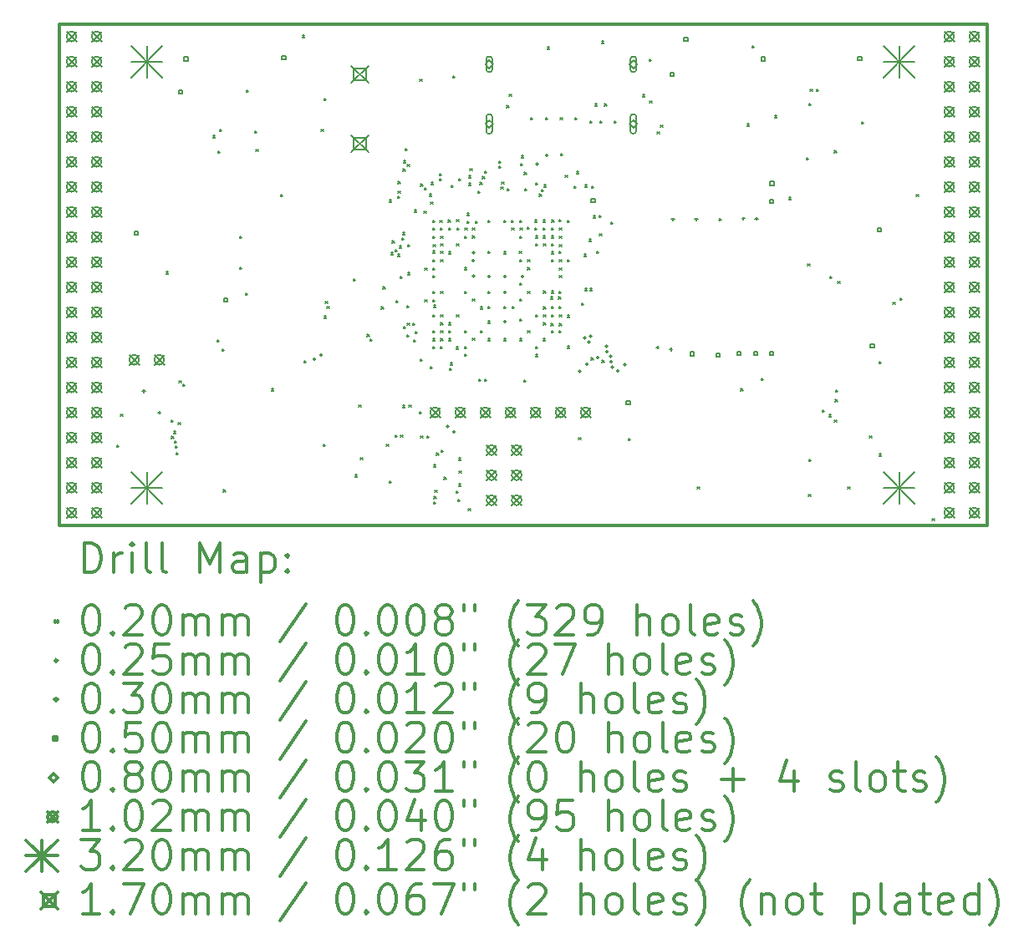
<source format=gbr>
%FSLAX45Y45*%
G04 Gerber Fmt 4.5, Leading zero omitted, Abs format (unit mm)*
G04 Created by KiCad (PCBNEW 4.0.7+dfsg1-1) date Fri Oct 27 00:46:45 2017*
%MOMM*%
%LPD*%
G01*
G04 APERTURE LIST*
%ADD10C,0.127000*%
%ADD11C,0.300000*%
%ADD12C,0.200000*%
G04 APERTURE END LIST*
D10*
D11*
X9410000Y-6142000D02*
X9410000Y-11222000D01*
X18808000Y-6142000D02*
X9410000Y-6142000D01*
X18808000Y-11222000D02*
X18808000Y-6142000D01*
X9410000Y-11222000D02*
X18808000Y-11222000D01*
D12*
X9998000Y-10410000D02*
X10018000Y-10430000D01*
X10018000Y-10410000D02*
X9998000Y-10430000D01*
X10035000Y-10094400D02*
X10055000Y-10114400D01*
X10055000Y-10094400D02*
X10035000Y-10114400D01*
X10493771Y-8653299D02*
X10513771Y-8673299D01*
X10513771Y-8653299D02*
X10493771Y-8673299D01*
X10547276Y-10156132D02*
X10567276Y-10176132D01*
X10567276Y-10156132D02*
X10547276Y-10176132D01*
X10552725Y-10321224D02*
X10572725Y-10341224D01*
X10572725Y-10321224D02*
X10552725Y-10341224D01*
X10571376Y-10271934D02*
X10591376Y-10291934D01*
X10591376Y-10271934D02*
X10571376Y-10291934D01*
X10579560Y-10366582D02*
X10599560Y-10386582D01*
X10599560Y-10366582D02*
X10579560Y-10386582D01*
X10589272Y-10418380D02*
X10609272Y-10438380D01*
X10609272Y-10418380D02*
X10589272Y-10438380D01*
X10598875Y-10487404D02*
X10618875Y-10507404D01*
X10618875Y-10487404D02*
X10598875Y-10507404D01*
X10618105Y-10179347D02*
X10638105Y-10199347D01*
X10638105Y-10179347D02*
X10618105Y-10199347D01*
X10626851Y-9756275D02*
X10646851Y-9776275D01*
X10646851Y-9756275D02*
X10626851Y-9776275D01*
X10664117Y-9793541D02*
X10684117Y-9813541D01*
X10684117Y-9793541D02*
X10664117Y-9813541D01*
X10972800Y-7273000D02*
X10992800Y-7293000D01*
X10992800Y-7273000D02*
X10972800Y-7293000D01*
X11014904Y-9343377D02*
X11034904Y-9363377D01*
X11034904Y-9343377D02*
X11014904Y-9363377D01*
X11021352Y-7428070D02*
X11041352Y-7448070D01*
X11041352Y-7428070D02*
X11021352Y-7448070D01*
X11038300Y-7211500D02*
X11058300Y-7231500D01*
X11058300Y-7211500D02*
X11038300Y-7231500D01*
X11061873Y-9435178D02*
X11081873Y-9455178D01*
X11081873Y-9435178D02*
X11061873Y-9455178D01*
X11075528Y-10862638D02*
X11095528Y-10882638D01*
X11095528Y-10862638D02*
X11075528Y-10882638D01*
X11241500Y-8291000D02*
X11261500Y-8311000D01*
X11261500Y-8291000D02*
X11241500Y-8311000D01*
X11241500Y-8608500D02*
X11261500Y-8628500D01*
X11261500Y-8608500D02*
X11241500Y-8628500D01*
X11298000Y-8870000D02*
X11318000Y-8890000D01*
X11318000Y-8870000D02*
X11298000Y-8890000D01*
X11311224Y-6814440D02*
X11331224Y-6834440D01*
X11331224Y-6814440D02*
X11311224Y-6834440D01*
X11393900Y-7224200D02*
X11413900Y-7244200D01*
X11413900Y-7224200D02*
X11393900Y-7244200D01*
X11406600Y-7414700D02*
X11426600Y-7434700D01*
X11426600Y-7414700D02*
X11406600Y-7434700D01*
X11563000Y-9839314D02*
X11583000Y-9859314D01*
X11583000Y-9839314D02*
X11563000Y-9859314D01*
X11655434Y-7867799D02*
X11675434Y-7887799D01*
X11675434Y-7867799D02*
X11655434Y-7887799D01*
X11875869Y-6255897D02*
X11895869Y-6275897D01*
X11895869Y-6255897D02*
X11875869Y-6275897D01*
X11890851Y-9556294D02*
X11910851Y-9576294D01*
X11910851Y-9556294D02*
X11890851Y-9576294D01*
X12067000Y-7211500D02*
X12087000Y-7231500D01*
X12087000Y-7211500D02*
X12067000Y-7231500D01*
X12090313Y-10403113D02*
X12110313Y-10423113D01*
X12110313Y-10403113D02*
X12090313Y-10423113D01*
X12094120Y-9102507D02*
X12114120Y-9122507D01*
X12114120Y-9102507D02*
X12094120Y-9122507D01*
X12098665Y-6897853D02*
X12118665Y-6917853D01*
X12118665Y-6897853D02*
X12098665Y-6917853D01*
X12110622Y-8956298D02*
X12130622Y-8976298D01*
X12130622Y-8956298D02*
X12110622Y-8976298D01*
X12126901Y-9006422D02*
X12146901Y-9026422D01*
X12146901Y-9006422D02*
X12126901Y-9026422D01*
X12392771Y-8724771D02*
X12412771Y-8744771D01*
X12412771Y-8724771D02*
X12392771Y-8744771D01*
X12392771Y-8724771D02*
X12412771Y-8744771D01*
X12412771Y-8724771D02*
X12392771Y-8744771D01*
X12410242Y-10710764D02*
X12430242Y-10730764D01*
X12430242Y-10710764D02*
X12410242Y-10730764D01*
X12448000Y-10005500D02*
X12468000Y-10025500D01*
X12468000Y-10005500D02*
X12448000Y-10025500D01*
X12464182Y-10539469D02*
X12484182Y-10559469D01*
X12484182Y-10539469D02*
X12464182Y-10559469D01*
X12532397Y-9289213D02*
X12552397Y-9309213D01*
X12552397Y-9289213D02*
X12532397Y-9309213D01*
X12564098Y-9335243D02*
X12584098Y-9355243D01*
X12584098Y-9335243D02*
X12564098Y-9355243D01*
X12678000Y-9010000D02*
X12698000Y-9030000D01*
X12698000Y-9010000D02*
X12678000Y-9030000D01*
X12694005Y-8806691D02*
X12714005Y-8826691D01*
X12714005Y-8806691D02*
X12694005Y-8826691D01*
X12725815Y-10402805D02*
X12745815Y-10422805D01*
X12745815Y-10402805D02*
X12725815Y-10422805D01*
X12754366Y-7925556D02*
X12774366Y-7945556D01*
X12774366Y-7925556D02*
X12754366Y-7945556D01*
X12755664Y-10771679D02*
X12775664Y-10791679D01*
X12775664Y-10771679D02*
X12755664Y-10791679D01*
X12772416Y-8457681D02*
X12792416Y-8477681D01*
X12792416Y-8457681D02*
X12772416Y-8477681D01*
X12786626Y-8341578D02*
X12806626Y-8361578D01*
X12806626Y-8341578D02*
X12786626Y-8361578D01*
X12816199Y-8428346D02*
X12836199Y-8448346D01*
X12836199Y-8428346D02*
X12816199Y-8448346D01*
X12818000Y-10310000D02*
X12838000Y-10330000D01*
X12838000Y-10310000D02*
X12818000Y-10330000D01*
X12822131Y-8943995D02*
X12842131Y-8963995D01*
X12842131Y-8943995D02*
X12822131Y-8963995D01*
X12838971Y-8476738D02*
X12858971Y-8496738D01*
X12858971Y-8476738D02*
X12838971Y-8496738D01*
X12841590Y-7889418D02*
X12861590Y-7909418D01*
X12861590Y-7889418D02*
X12841590Y-7909418D01*
X12844557Y-7737658D02*
X12864557Y-7757658D01*
X12864557Y-7737658D02*
X12844557Y-7757658D01*
X12846973Y-7836992D02*
X12866973Y-7856992D01*
X12866973Y-7836992D02*
X12846973Y-7856992D01*
X12856960Y-8392024D02*
X12876960Y-8412024D01*
X12876960Y-8392024D02*
X12856960Y-8412024D01*
X12867665Y-8701088D02*
X12887665Y-8721088D01*
X12887665Y-8701088D02*
X12867665Y-8721088D01*
X12870682Y-10308590D02*
X12890682Y-10328590D01*
X12890682Y-10308590D02*
X12870682Y-10328590D01*
X12884885Y-8308326D02*
X12904885Y-8328326D01*
X12904885Y-8308326D02*
X12884885Y-8328326D01*
X12890520Y-10007480D02*
X12910520Y-10027480D01*
X12910520Y-10007480D02*
X12890520Y-10027480D01*
X12891675Y-8256064D02*
X12911675Y-8276064D01*
X12911675Y-8256064D02*
X12891675Y-8276064D01*
X12896163Y-7612957D02*
X12916163Y-7632957D01*
X12916163Y-7612957D02*
X12896163Y-7632957D01*
X12899271Y-9209534D02*
X12919271Y-9229534D01*
X12919271Y-9209534D02*
X12899271Y-9229534D01*
X12902225Y-7526361D02*
X12922225Y-7546361D01*
X12922225Y-7526361D02*
X12902225Y-7546361D01*
X12915222Y-7404246D02*
X12935222Y-7424246D01*
X12935222Y-7404246D02*
X12915222Y-7424246D01*
X12933809Y-9291445D02*
X12953809Y-9311445D01*
X12953809Y-9291445D02*
X12933809Y-9311445D01*
X12935918Y-8993919D02*
X12955918Y-9013919D01*
X12955918Y-8993919D02*
X12935918Y-9013919D01*
X12939334Y-7563781D02*
X12959334Y-7583781D01*
X12959334Y-7563781D02*
X12939334Y-7583781D01*
X12939363Y-9175328D02*
X12959363Y-9195328D01*
X12959363Y-9175328D02*
X12939363Y-9195328D01*
X12941393Y-8376098D02*
X12961393Y-8396098D01*
X12961393Y-8376098D02*
X12941393Y-8396098D01*
X12944260Y-8660352D02*
X12964260Y-8680352D01*
X12964260Y-8660352D02*
X12944260Y-8680352D01*
X12956000Y-10005500D02*
X12976000Y-10025500D01*
X12976000Y-10005500D02*
X12956000Y-10025500D01*
X12992268Y-9173424D02*
X13012268Y-9193424D01*
X13012268Y-9173424D02*
X12992268Y-9193424D01*
X13004189Y-9343203D02*
X13024189Y-9363203D01*
X13024189Y-9343203D02*
X13004189Y-9363203D01*
X13009682Y-8027773D02*
X13029682Y-8047773D01*
X13029682Y-8027773D02*
X13009682Y-8047773D01*
X13017964Y-9257477D02*
X13037964Y-9277477D01*
X13037964Y-9257477D02*
X13017964Y-9277477D01*
X13059238Y-10069000D02*
X13079238Y-10089000D01*
X13079238Y-10069000D02*
X13059238Y-10089000D01*
X13066199Y-6701962D02*
X13086199Y-6721962D01*
X13086199Y-6701962D02*
X13066199Y-6721962D01*
X13070707Y-9535414D02*
X13090707Y-9555414D01*
X13090707Y-9535414D02*
X13070707Y-9555414D01*
X13073949Y-10316052D02*
X13093949Y-10336052D01*
X13093949Y-10316052D02*
X13073949Y-10336052D01*
X13075683Y-7764262D02*
X13095683Y-7784262D01*
X13095683Y-7764262D02*
X13075683Y-7784262D01*
X13108000Y-8040000D02*
X13128000Y-8060000D01*
X13128000Y-8040000D02*
X13108000Y-8060000D01*
X13113091Y-7801384D02*
X13133091Y-7821384D01*
X13133091Y-7801384D02*
X13113091Y-7821384D01*
X13115453Y-8615136D02*
X13135453Y-8635136D01*
X13135453Y-8615136D02*
X13115453Y-8635136D01*
X13118000Y-8935084D02*
X13138000Y-8955084D01*
X13138000Y-8935084D02*
X13118000Y-8955084D01*
X13135385Y-10316052D02*
X13155385Y-10336052D01*
X13155385Y-10316052D02*
X13135385Y-10336052D01*
X13160933Y-7864587D02*
X13180933Y-7884587D01*
X13180933Y-7864587D02*
X13160933Y-7884587D01*
X13170890Y-9612737D02*
X13190890Y-9632737D01*
X13190890Y-9612737D02*
X13170890Y-9632737D01*
X13174731Y-7948989D02*
X13194731Y-7968989D01*
X13194731Y-7948989D02*
X13174731Y-7968989D01*
X13182329Y-7748485D02*
X13202329Y-7768485D01*
X13202329Y-7748485D02*
X13182329Y-7768485D01*
X13197765Y-9087799D02*
X13217765Y-9107799D01*
X13217765Y-9087799D02*
X13197765Y-9107799D01*
X13197789Y-8617215D02*
X13217789Y-8637215D01*
X13217789Y-8617215D02*
X13197789Y-8637215D01*
X13197962Y-8532814D02*
X13217962Y-8552814D01*
X13217962Y-8532814D02*
X13197962Y-8552814D01*
X13198000Y-8440334D02*
X13218000Y-8460334D01*
X13218000Y-8440334D02*
X13198000Y-8460334D01*
X13198000Y-8130000D02*
X13218000Y-8150000D01*
X13218000Y-8130000D02*
X13198000Y-8150000D01*
X13198000Y-8207799D02*
X13218000Y-8227799D01*
X13218000Y-8207799D02*
X13198000Y-8227799D01*
X13198000Y-8690000D02*
X13218000Y-8710000D01*
X13218000Y-8690000D02*
X13198000Y-8710000D01*
X13198000Y-8850000D02*
X13218000Y-8870000D01*
X13218000Y-8850000D02*
X13198000Y-8870000D01*
X13198000Y-8935084D02*
X13218000Y-8955084D01*
X13218000Y-8935084D02*
X13198000Y-8955084D01*
X13198000Y-9250000D02*
X13218000Y-9270000D01*
X13218000Y-9250000D02*
X13198000Y-9270000D01*
X13198000Y-9330000D02*
X13218000Y-9350000D01*
X13218000Y-9330000D02*
X13198000Y-9350000D01*
X13198000Y-9410000D02*
X13218000Y-9430000D01*
X13218000Y-9410000D02*
X13198000Y-9430000D01*
X13198482Y-8292201D02*
X13218482Y-8312201D01*
X13218482Y-8292201D02*
X13198482Y-8312201D01*
X13201744Y-8376602D02*
X13221744Y-8396602D01*
X13221744Y-8376602D02*
X13201744Y-8396602D01*
X13204611Y-10984026D02*
X13224611Y-11004026D01*
X13224611Y-10984026D02*
X13204611Y-11004026D01*
X13205608Y-8993095D02*
X13225608Y-9013095D01*
X13225608Y-8993095D02*
X13205608Y-9013095D01*
X13206286Y-10608587D02*
X13226286Y-10628587D01*
X13226286Y-10608587D02*
X13206286Y-10628587D01*
X13208900Y-10931500D02*
X13228900Y-10951500D01*
X13228900Y-10931500D02*
X13208900Y-10951500D01*
X13218000Y-10870000D02*
X13238000Y-10890000D01*
X13238000Y-10870000D02*
X13218000Y-10890000D01*
X13234844Y-10489450D02*
X13254844Y-10509450D01*
X13254844Y-10489450D02*
X13234844Y-10509450D01*
X13263724Y-7657621D02*
X13283724Y-7677621D01*
X13283724Y-7657621D02*
X13263724Y-7677621D01*
X13266117Y-7710267D02*
X13286117Y-7730267D01*
X13286117Y-7710267D02*
X13266117Y-7730267D01*
X13268333Y-8129999D02*
X13288333Y-8149999D01*
X13288333Y-8129999D02*
X13268333Y-8149999D01*
X13271035Y-8207799D02*
X13291035Y-8227799D01*
X13291035Y-8207799D02*
X13271035Y-8227799D01*
X13274623Y-9409707D02*
X13294623Y-9429707D01*
X13294623Y-9409707D02*
X13274623Y-9429707D01*
X13277580Y-8532814D02*
X13297580Y-8552814D01*
X13297580Y-8532814D02*
X13277580Y-8552814D01*
X13278000Y-8292201D02*
X13298000Y-8312201D01*
X13298000Y-8292201D02*
X13278000Y-8312201D01*
X13278000Y-8850000D02*
X13298000Y-8870000D01*
X13298000Y-8850000D02*
X13278000Y-8870000D01*
X13278000Y-9090000D02*
X13298000Y-9110000D01*
X13298000Y-9090000D02*
X13278000Y-9110000D01*
X13278000Y-9170000D02*
X13298000Y-9190000D01*
X13298000Y-9170000D02*
X13278000Y-9190000D01*
X13278000Y-9250000D02*
X13298000Y-9270000D01*
X13298000Y-9250000D02*
X13278000Y-9270000D01*
X13278000Y-9330000D02*
X13298000Y-9350000D01*
X13298000Y-9330000D02*
X13278000Y-9350000D01*
X13278042Y-8446122D02*
X13298042Y-8466122D01*
X13298042Y-8446122D02*
X13278042Y-8466122D01*
X13278650Y-8367799D02*
X13298650Y-8387799D01*
X13298650Y-8367799D02*
X13278650Y-8387799D01*
X13283696Y-10459892D02*
X13303696Y-10479892D01*
X13303696Y-10459892D02*
X13283696Y-10479892D01*
X13311600Y-10736500D02*
X13331600Y-10756500D01*
X13331600Y-10736500D02*
X13311600Y-10756500D01*
X13352734Y-8129641D02*
X13372734Y-8149641D01*
X13372734Y-8129641D02*
X13352734Y-8149641D01*
X13355436Y-8207799D02*
X13375436Y-8227799D01*
X13375436Y-8207799D02*
X13355436Y-8227799D01*
X13357194Y-8449520D02*
X13377194Y-8469520D01*
X13377194Y-8449520D02*
X13357194Y-8469520D01*
X13358000Y-9170000D02*
X13378000Y-9190000D01*
X13378000Y-9170000D02*
X13358000Y-9190000D01*
X13358000Y-9250000D02*
X13378000Y-9270000D01*
X13378000Y-9250000D02*
X13358000Y-9270000D01*
X13358548Y-9330230D02*
X13378548Y-9350230D01*
X13378548Y-9330230D02*
X13358548Y-9350230D01*
X13366285Y-9629515D02*
X13386285Y-9649515D01*
X13386285Y-9629515D02*
X13366285Y-9649515D01*
X13375239Y-9577580D02*
X13395239Y-9597580D01*
X13395239Y-9577580D02*
X13375239Y-9597580D01*
X13382219Y-7775484D02*
X13402219Y-7795484D01*
X13402219Y-7775484D02*
X13382219Y-7795484D01*
X13397916Y-6668615D02*
X13417916Y-6688615D01*
X13417916Y-6668615D02*
X13397916Y-6688615D01*
X13435582Y-9416717D02*
X13455582Y-9436717D01*
X13455582Y-9416717D02*
X13435582Y-9436717D01*
X13436400Y-10874197D02*
X13456400Y-10894197D01*
X13456400Y-10874197D02*
X13436400Y-10894197D01*
X13437135Y-8124791D02*
X13457135Y-8144791D01*
X13457135Y-8124791D02*
X13437135Y-8144791D01*
X13438000Y-8370000D02*
X13458000Y-8390000D01*
X13458000Y-8370000D02*
X13438000Y-8390000D01*
X13438000Y-9090000D02*
X13458000Y-9110000D01*
X13458000Y-9090000D02*
X13438000Y-9110000D01*
X13440141Y-8207758D02*
X13460141Y-8227758D01*
X13460141Y-8207758D02*
X13440141Y-8227758D01*
X13453687Y-10961995D02*
X13473687Y-10981995D01*
X13473687Y-10961995D02*
X13453687Y-10981995D01*
X13457587Y-10803159D02*
X13477587Y-10823159D01*
X13477587Y-10803159D02*
X13457587Y-10823159D01*
X13460201Y-7710000D02*
X13480201Y-7730000D01*
X13480201Y-7710000D02*
X13460201Y-7730000D01*
X13460735Y-10540845D02*
X13480735Y-10560845D01*
X13480735Y-10540845D02*
X13460735Y-10560845D01*
X13465065Y-10671051D02*
X13485065Y-10691051D01*
X13485065Y-10671051D02*
X13465065Y-10691051D01*
X13517331Y-8851860D02*
X13537331Y-8871860D01*
X13537331Y-8851860D02*
X13517331Y-8871860D01*
X13518000Y-8292201D02*
X13538000Y-8312201D01*
X13538000Y-8292201D02*
X13518000Y-8312201D01*
X13518000Y-8610000D02*
X13538000Y-8630000D01*
X13538000Y-8610000D02*
X13518000Y-8630000D01*
X13518000Y-9250000D02*
X13538000Y-9270000D01*
X13538000Y-9250000D02*
X13518000Y-9270000D01*
X13518463Y-9488530D02*
X13538463Y-9508530D01*
X13538463Y-9488530D02*
X13518463Y-9508530D01*
X13518862Y-9412562D02*
X13538862Y-9432562D01*
X13538862Y-9412562D02*
X13518862Y-9432562D01*
X13524542Y-8207681D02*
X13544542Y-8227681D01*
X13544542Y-8207681D02*
X13524542Y-8227681D01*
X13546744Y-8060230D02*
X13566744Y-8080230D01*
X13566744Y-8060230D02*
X13546744Y-8080230D01*
X13546744Y-8138922D02*
X13566744Y-8158922D01*
X13566744Y-8138922D02*
X13546744Y-8158922D01*
X13555656Y-11051071D02*
X13575656Y-11071071D01*
X13575656Y-11051071D02*
X13555656Y-11071071D01*
X13559498Y-7754855D02*
X13579498Y-7774855D01*
X13579498Y-7754855D02*
X13559498Y-7774855D01*
X13562542Y-7680938D02*
X13582542Y-7700938D01*
X13582542Y-7680938D02*
X13562542Y-7700938D01*
X13573070Y-7610061D02*
X13593070Y-7630061D01*
X13593070Y-7610061D02*
X13573070Y-7630061D01*
X13598000Y-8210000D02*
X13618000Y-8230000D01*
X13618000Y-8210000D02*
X13598000Y-8230000D01*
X13598000Y-8290000D02*
X13618000Y-8310000D01*
X13618000Y-8290000D02*
X13598000Y-8310000D01*
X13598517Y-8929483D02*
X13618517Y-8949483D01*
X13618517Y-8929483D02*
X13598517Y-8949483D01*
X13599596Y-9326965D02*
X13619596Y-9346965D01*
X13619596Y-9326965D02*
X13599596Y-9346965D01*
X13631144Y-8139731D02*
X13651144Y-8159731D01*
X13651144Y-8139731D02*
X13631144Y-8159731D01*
X13653412Y-7835167D02*
X13673412Y-7855167D01*
X13673412Y-7835167D02*
X13653412Y-7855167D01*
X13664090Y-9741450D02*
X13684090Y-9761450D01*
X13684090Y-9741450D02*
X13664090Y-9761450D01*
X13675600Y-7746298D02*
X13695600Y-7766298D01*
X13695600Y-7746298D02*
X13675600Y-7766298D01*
X13678000Y-9250000D02*
X13698000Y-9270000D01*
X13698000Y-9250000D02*
X13678000Y-9270000D01*
X13678517Y-9009483D02*
X13698517Y-9029483D01*
X13698517Y-9009483D02*
X13678517Y-9029483D01*
X13700695Y-7687992D02*
X13720695Y-7707992D01*
X13720695Y-7687992D02*
X13700695Y-7707992D01*
X13719559Y-9743802D02*
X13739559Y-9763802D01*
X13739559Y-9743802D02*
X13719559Y-9763802D01*
X13720873Y-7631502D02*
X13740873Y-7651502D01*
X13740873Y-7631502D02*
X13720873Y-7651502D01*
X13755905Y-9153803D02*
X13775905Y-9173803D01*
X13775905Y-9153803D02*
X13755905Y-9173803D01*
X13758000Y-8130000D02*
X13778000Y-8150000D01*
X13778000Y-8130000D02*
X13758000Y-8150000D01*
X13758000Y-8850000D02*
X13778000Y-8870000D01*
X13778000Y-8850000D02*
X13758000Y-8870000D01*
X13758000Y-9007299D02*
X13778000Y-9027299D01*
X13778000Y-9007299D02*
X13758000Y-9027299D01*
X13758000Y-9330000D02*
X13778000Y-9350000D01*
X13778000Y-9330000D02*
X13758000Y-9350000D01*
X13758056Y-8443409D02*
X13778056Y-8463409D01*
X13778056Y-8443409D02*
X13758056Y-8463409D01*
X13867568Y-7584299D02*
X13887568Y-7604299D01*
X13887568Y-7584299D02*
X13867568Y-7604299D01*
X13867920Y-7530076D02*
X13887920Y-7550076D01*
X13887920Y-7530076D02*
X13867920Y-7550076D01*
X13886806Y-7794095D02*
X13906806Y-7814095D01*
X13906806Y-7794095D02*
X13886806Y-7814095D01*
X13894936Y-7742024D02*
X13914936Y-7762024D01*
X13914936Y-7742024D02*
X13894936Y-7762024D01*
X13917252Y-8451135D02*
X13937252Y-8471135D01*
X13937252Y-8451135D02*
X13917252Y-8471135D01*
X13918000Y-8130000D02*
X13938000Y-8150000D01*
X13938000Y-8130000D02*
X13918000Y-8150000D01*
X13918000Y-9002299D02*
X13938000Y-9022299D01*
X13938000Y-9002299D02*
X13918000Y-9022299D01*
X13918000Y-9330000D02*
X13938000Y-9350000D01*
X13938000Y-9330000D02*
X13918000Y-9350000D01*
X13947561Y-6969286D02*
X13967561Y-6989286D01*
X13967561Y-6969286D02*
X13947561Y-6989286D01*
X13948512Y-7810586D02*
X13968512Y-7830586D01*
X13968512Y-7810586D02*
X13948512Y-7830586D01*
X13972000Y-6856567D02*
X13992000Y-6876567D01*
X13992000Y-6856567D02*
X13972000Y-6876567D01*
X13993599Y-8130000D02*
X14013599Y-8150000D01*
X14013599Y-8130000D02*
X13993599Y-8150000D01*
X13998000Y-8210000D02*
X14018000Y-8230000D01*
X14018000Y-8210000D02*
X13998000Y-8230000D01*
X13999489Y-9002299D02*
X14019489Y-9022299D01*
X14019489Y-9002299D02*
X13999489Y-9022299D01*
X14073600Y-8443400D02*
X14093600Y-8463400D01*
X14093600Y-8443400D02*
X14073600Y-8463400D01*
X14076403Y-8294140D02*
X14096403Y-8314140D01*
X14096403Y-8294140D02*
X14076403Y-8314140D01*
X14077419Y-9133335D02*
X14097419Y-9153335D01*
X14097419Y-9133335D02*
X14077419Y-9153335D01*
X14078000Y-8130000D02*
X14098000Y-8150000D01*
X14098000Y-8130000D02*
X14078000Y-8150000D01*
X14078000Y-8530000D02*
X14098000Y-8550000D01*
X14098000Y-8530000D02*
X14078000Y-8550000D01*
X14078000Y-8770000D02*
X14098000Y-8790000D01*
X14098000Y-8770000D02*
X14078000Y-8790000D01*
X14078000Y-8930000D02*
X14098000Y-8950000D01*
X14098000Y-8930000D02*
X14078000Y-8950000D01*
X14078000Y-9330000D02*
X14098000Y-9350000D01*
X14098000Y-9330000D02*
X14078000Y-9350000D01*
X14082401Y-8207928D02*
X14102401Y-8227928D01*
X14102401Y-8207928D02*
X14082401Y-8227928D01*
X14088006Y-7558194D02*
X14108006Y-7578194D01*
X14108006Y-7558194D02*
X14088006Y-7578194D01*
X14094664Y-7477380D02*
X14114664Y-7497380D01*
X14114664Y-7477380D02*
X14094664Y-7497380D01*
X14118000Y-9750000D02*
X14138000Y-9770000D01*
X14138000Y-9750000D02*
X14118000Y-9770000D01*
X14124297Y-7645500D02*
X14144297Y-7665500D01*
X14144297Y-7645500D02*
X14124297Y-7665500D01*
X14128016Y-7812697D02*
X14148016Y-7832697D01*
X14148016Y-7812697D02*
X14128016Y-7832697D01*
X14155799Y-8203034D02*
X14175799Y-8223034D01*
X14175799Y-8203034D02*
X14155799Y-8223034D01*
X14158000Y-8530000D02*
X14178000Y-8550000D01*
X14178000Y-8530000D02*
X14158000Y-8550000D01*
X14158000Y-8610000D02*
X14178000Y-8630000D01*
X14178000Y-8610000D02*
X14158000Y-8630000D01*
X14158000Y-8850000D02*
X14178000Y-8870000D01*
X14178000Y-8850000D02*
X14158000Y-8870000D01*
X14158000Y-9250000D02*
X14178000Y-9270000D01*
X14178000Y-9250000D02*
X14158000Y-9270000D01*
X14190056Y-7090851D02*
X14210056Y-7110851D01*
X14210056Y-7090851D02*
X14190056Y-7110851D01*
X14229642Y-8209139D02*
X14249642Y-8229139D01*
X14249642Y-8209139D02*
X14229642Y-8229139D01*
X14231398Y-8128224D02*
X14251398Y-8148224D01*
X14251398Y-8128224D02*
X14231398Y-8148224D01*
X14237355Y-8289891D02*
X14257355Y-8309891D01*
X14257355Y-8289891D02*
X14237355Y-8309891D01*
X14238000Y-7750000D02*
X14258000Y-7770000D01*
X14258000Y-7750000D02*
X14238000Y-7770000D01*
X14238000Y-8370000D02*
X14258000Y-8390000D01*
X14258000Y-8370000D02*
X14238000Y-8390000D01*
X14238000Y-9090000D02*
X14258000Y-9110000D01*
X14258000Y-9090000D02*
X14238000Y-9110000D01*
X14238000Y-9410000D02*
X14258000Y-9430000D01*
X14258000Y-9410000D02*
X14238000Y-9430000D01*
X14238000Y-9490000D02*
X14258000Y-9510000D01*
X14258000Y-9490000D02*
X14238000Y-9510000D01*
X14275272Y-7865993D02*
X14295272Y-7885993D01*
X14295272Y-7865993D02*
X14275272Y-7885993D01*
X14300511Y-7819522D02*
X14320511Y-7839522D01*
X14320511Y-7819522D02*
X14300511Y-7839522D01*
X14315799Y-8127963D02*
X14335799Y-8147963D01*
X14335799Y-8127963D02*
X14315799Y-8147963D01*
X14315799Y-8210715D02*
X14335799Y-8230715D01*
X14335799Y-8210715D02*
X14315799Y-8230715D01*
X14315799Y-8290000D02*
X14335799Y-8310000D01*
X14335799Y-8290000D02*
X14315799Y-8310000D01*
X14316969Y-9331491D02*
X14336969Y-9351491D01*
X14336969Y-9331491D02*
X14316969Y-9351491D01*
X14317803Y-8849503D02*
X14337803Y-8869503D01*
X14337803Y-8849503D02*
X14317803Y-8869503D01*
X14318000Y-8370000D02*
X14338000Y-8390000D01*
X14338000Y-8370000D02*
X14318000Y-8390000D01*
X14318000Y-9090000D02*
X14338000Y-9110000D01*
X14338000Y-9090000D02*
X14318000Y-9110000D01*
X14318000Y-9170000D02*
X14338000Y-9190000D01*
X14338000Y-9170000D02*
X14318000Y-9190000D01*
X14318182Y-9010195D02*
X14338182Y-9030195D01*
X14338182Y-9010195D02*
X14318182Y-9030195D01*
X14323180Y-7771946D02*
X14343180Y-7791946D01*
X14343180Y-7771946D02*
X14323180Y-7791946D01*
X14338035Y-7091653D02*
X14358035Y-7111653D01*
X14358035Y-7091653D02*
X14338035Y-7111653D01*
X14355067Y-6376252D02*
X14375067Y-6396252D01*
X14375067Y-6376252D02*
X14355067Y-6396252D01*
X14388995Y-8907799D02*
X14408995Y-8927799D01*
X14408995Y-8907799D02*
X14388995Y-8927799D01*
X14396483Y-9177765D02*
X14416483Y-9197765D01*
X14416483Y-9177765D02*
X14396483Y-9197765D01*
X14398000Y-9090000D02*
X14418000Y-9110000D01*
X14418000Y-9090000D02*
X14398000Y-9110000D01*
X14398242Y-9003286D02*
X14418242Y-9023286D01*
X14418242Y-9003286D02*
X14398242Y-9023286D01*
X14398283Y-8848451D02*
X14418283Y-8868451D01*
X14418283Y-8848451D02*
X14398283Y-8868451D01*
X14400201Y-8208560D02*
X14420201Y-8228560D01*
X14420201Y-8208560D02*
X14400201Y-8228560D01*
X14400201Y-8290000D02*
X14420201Y-8310000D01*
X14420201Y-8290000D02*
X14400201Y-8310000D01*
X14400201Y-8370000D02*
X14420201Y-8390000D01*
X14420201Y-8370000D02*
X14400201Y-8390000D01*
X14400201Y-8450000D02*
X14420201Y-8470000D01*
X14420201Y-8450000D02*
X14400201Y-8470000D01*
X14400201Y-8529722D02*
X14420201Y-8549722D01*
X14420201Y-8529722D02*
X14400201Y-8549722D01*
X14401325Y-9248876D02*
X14421325Y-9268876D01*
X14421325Y-9248876D02*
X14401325Y-9268876D01*
X14404602Y-8127478D02*
X14424602Y-8147478D01*
X14424602Y-8127478D02*
X14404602Y-8147478D01*
X14471061Y-8907799D02*
X14491061Y-8927799D01*
X14491061Y-8907799D02*
X14471061Y-8927799D01*
X14476639Y-8123398D02*
X14496639Y-8143398D01*
X14496639Y-8123398D02*
X14476639Y-8143398D01*
X14476724Y-9006446D02*
X14496724Y-9026446D01*
X14496724Y-9006446D02*
X14476724Y-9026446D01*
X14477765Y-8852201D02*
X14497765Y-8872201D01*
X14497765Y-8852201D02*
X14477765Y-8872201D01*
X14477769Y-8443293D02*
X14497769Y-8463293D01*
X14497769Y-8443293D02*
X14477769Y-8463293D01*
X14478235Y-9247799D02*
X14498235Y-9267799D01*
X14498235Y-9247799D02*
X14478235Y-9267799D01*
X14478509Y-8207799D02*
X14498509Y-8227799D01*
X14498509Y-8207799D02*
X14478509Y-8227799D01*
X14478654Y-8528519D02*
X14498654Y-8548519D01*
X14498654Y-8528519D02*
X14478654Y-8548519D01*
X14478856Y-8689382D02*
X14498856Y-8709382D01*
X14498856Y-8689382D02*
X14478856Y-8709382D01*
X14479038Y-8376602D02*
X14499038Y-8396602D01*
X14499038Y-8376602D02*
X14479038Y-8396602D01*
X14479163Y-9090847D02*
X14499163Y-9110847D01*
X14499163Y-9090847D02*
X14479163Y-9110847D01*
X14479410Y-8292201D02*
X14499410Y-8312201D01*
X14499410Y-8292201D02*
X14479410Y-8312201D01*
X14479577Y-9177444D02*
X14499577Y-9197444D01*
X14499577Y-9177444D02*
X14479577Y-9197444D01*
X14480128Y-8616874D02*
X14500128Y-8636874D01*
X14500128Y-8616874D02*
X14480128Y-8636874D01*
X14487842Y-7092405D02*
X14507842Y-7112405D01*
X14507842Y-7092405D02*
X14487842Y-7112405D01*
X14491706Y-7455585D02*
X14511706Y-7475585D01*
X14511706Y-7455585D02*
X14491706Y-7475585D01*
X14539401Y-7673483D02*
X14559401Y-7693483D01*
X14559401Y-7673483D02*
X14539401Y-7693483D01*
X14558000Y-8130000D02*
X14578000Y-8150000D01*
X14578000Y-8130000D02*
X14558000Y-8150000D01*
X14558000Y-8532201D02*
X14578000Y-8552201D01*
X14578000Y-8532201D02*
X14558000Y-8552201D01*
X14558000Y-9407799D02*
X14578000Y-9427799D01*
X14578000Y-9407799D02*
X14558000Y-9427799D01*
X14561303Y-9092201D02*
X14581303Y-9112201D01*
X14581303Y-9092201D02*
X14561303Y-9112201D01*
X14628717Y-7783934D02*
X14648717Y-7803934D01*
X14648717Y-7783934D02*
X14628717Y-7803934D01*
X14636897Y-7089394D02*
X14656897Y-7109394D01*
X14656897Y-7089394D02*
X14636897Y-7109394D01*
X14652765Y-7636130D02*
X14672765Y-7656130D01*
X14672765Y-7636130D02*
X14652765Y-7656130D01*
X14674429Y-10335274D02*
X14694429Y-10355274D01*
X14694429Y-10335274D02*
X14674429Y-10355274D01*
X14702593Y-8970288D02*
X14722593Y-8990288D01*
X14722593Y-8970288D02*
X14702593Y-8990288D01*
X14732247Y-8475859D02*
X14752247Y-8495859D01*
X14752247Y-8475859D02*
X14732247Y-8495859D01*
X14737067Y-8822484D02*
X14757067Y-8842484D01*
X14757067Y-8822484D02*
X14737067Y-8842484D01*
X14738000Y-7772201D02*
X14758000Y-7792201D01*
X14758000Y-7772201D02*
X14738000Y-7792201D01*
X14779417Y-8323581D02*
X14799417Y-8343581D01*
X14799417Y-8323581D02*
X14779417Y-8343581D01*
X14788736Y-7127779D02*
X14808736Y-7147779D01*
X14808736Y-7127779D02*
X14788736Y-7147779D01*
X14789768Y-8822484D02*
X14809768Y-8842484D01*
X14809768Y-8822484D02*
X14789768Y-8842484D01*
X14800281Y-9523902D02*
X14820281Y-9543902D01*
X14820281Y-9523902D02*
X14800281Y-9543902D01*
X14806076Y-7788079D02*
X14826076Y-7808079D01*
X14826076Y-7788079D02*
X14806076Y-7808079D01*
X14823777Y-8087578D02*
X14843777Y-8107578D01*
X14843777Y-8087578D02*
X14823777Y-8107578D01*
X14837783Y-6951968D02*
X14857783Y-6971968D01*
X14857783Y-6951968D02*
X14837783Y-6971968D01*
X14856880Y-8445039D02*
X14876880Y-8465039D01*
X14876880Y-8445039D02*
X14856880Y-8465039D01*
X14883585Y-8079901D02*
X14903585Y-8099901D01*
X14903585Y-8079901D02*
X14883585Y-8099901D01*
X14887565Y-8265534D02*
X14907565Y-8285534D01*
X14907565Y-8265534D02*
X14887565Y-8285534D01*
X14889119Y-7127779D02*
X14909119Y-7147779D01*
X14909119Y-7127779D02*
X14889119Y-7147779D01*
X14908375Y-6315711D02*
X14928375Y-6335711D01*
X14928375Y-6315711D02*
X14908375Y-6335711D01*
X14910771Y-9550529D02*
X14930771Y-9570529D01*
X14930771Y-9550529D02*
X14910771Y-9570529D01*
X14937595Y-6951968D02*
X14957595Y-6971968D01*
X14957595Y-6951968D02*
X14937595Y-6971968D01*
X14998000Y-8150000D02*
X15018000Y-8170000D01*
X15018000Y-8150000D02*
X14998000Y-8170000D01*
X15035722Y-7127779D02*
X15055722Y-7147779D01*
X15055722Y-7127779D02*
X15035722Y-7147779D01*
X15179638Y-10341072D02*
X15199638Y-10361072D01*
X15199638Y-10341072D02*
X15179638Y-10361072D01*
X15322234Y-6857342D02*
X15342234Y-6877342D01*
X15342234Y-6857342D02*
X15322234Y-6877342D01*
X15388420Y-6497712D02*
X15408420Y-6517712D01*
X15408420Y-6497712D02*
X15388420Y-6517712D01*
X15394400Y-6919400D02*
X15414400Y-6939400D01*
X15414400Y-6919400D02*
X15394400Y-6939400D01*
X15469400Y-7232600D02*
X15489400Y-7252600D01*
X15489400Y-7232600D02*
X15469400Y-7252600D01*
X15504936Y-7166453D02*
X15524936Y-7186453D01*
X15524936Y-7166453D02*
X15504936Y-7186453D01*
X15877000Y-10831000D02*
X15897000Y-10851000D01*
X15897000Y-10831000D02*
X15877000Y-10851000D01*
X16317742Y-9840172D02*
X16337742Y-9860172D01*
X16337742Y-9840172D02*
X16317742Y-9860172D01*
X16380885Y-7155186D02*
X16400885Y-7175186D01*
X16400885Y-7155186D02*
X16380885Y-7175186D01*
X16433388Y-6363745D02*
X16453388Y-6383745D01*
X16453388Y-6363745D02*
X16433388Y-6383745D01*
X16524921Y-9732292D02*
X16544921Y-9752292D01*
X16544921Y-9732292D02*
X16524921Y-9752292D01*
X16657891Y-7070355D02*
X16677891Y-7090355D01*
X16677891Y-7070355D02*
X16657891Y-7090355D01*
X16806644Y-7900804D02*
X16826644Y-7920804D01*
X16826644Y-7900804D02*
X16806644Y-7920804D01*
X16979535Y-7499299D02*
X16999535Y-7519299D01*
X16999535Y-7499299D02*
X16979535Y-7519299D01*
X16994600Y-8570400D02*
X17014600Y-8590400D01*
X17014600Y-8570400D02*
X16994600Y-8590400D01*
X17002604Y-10911247D02*
X17022604Y-10931247D01*
X17022604Y-10911247D02*
X17002604Y-10931247D01*
X17005773Y-10556635D02*
X17025773Y-10576635D01*
X17025773Y-10556635D02*
X17005773Y-10576635D01*
X17008296Y-6947101D02*
X17028296Y-6967101D01*
X17028296Y-6947101D02*
X17008296Y-6967101D01*
X17020000Y-6805100D02*
X17040000Y-6825100D01*
X17040000Y-6805100D02*
X17020000Y-6825100D01*
X17085000Y-6802556D02*
X17105000Y-6822556D01*
X17105000Y-6802556D02*
X17085000Y-6822556D01*
X17144030Y-10054574D02*
X17164030Y-10074574D01*
X17164030Y-10054574D02*
X17144030Y-10074574D01*
X17209336Y-10100566D02*
X17229336Y-10120566D01*
X17229336Y-10100566D02*
X17209336Y-10120566D01*
X17218956Y-8702405D02*
X17238956Y-8722405D01*
X17238956Y-8702405D02*
X17218956Y-8722405D01*
X17264664Y-7424799D02*
X17284664Y-7444799D01*
X17284664Y-7424799D02*
X17264664Y-7444799D01*
X17266127Y-10155168D02*
X17286127Y-10175168D01*
X17286127Y-10155168D02*
X17266127Y-10175168D01*
X17273463Y-9949992D02*
X17293463Y-9969992D01*
X17293463Y-9949992D02*
X17273463Y-9969992D01*
X17277992Y-9851865D02*
X17297992Y-9871865D01*
X17297992Y-9851865D02*
X17277992Y-9871865D01*
X17299400Y-8748200D02*
X17319400Y-8768200D01*
X17319400Y-8748200D02*
X17299400Y-8768200D01*
X17401000Y-10831000D02*
X17421000Y-10851000D01*
X17421000Y-10831000D02*
X17401000Y-10851000D01*
X17539563Y-7135743D02*
X17559563Y-7155743D01*
X17559563Y-7135743D02*
X17539563Y-7155743D01*
X17620559Y-10317981D02*
X17640559Y-10337981D01*
X17640559Y-10317981D02*
X17620559Y-10337981D01*
X17717400Y-10497912D02*
X17737400Y-10517912D01*
X17737400Y-10497912D02*
X17717400Y-10517912D01*
X17718500Y-9561000D02*
X17738500Y-9581000D01*
X17738500Y-9561000D02*
X17718500Y-9581000D01*
X17856591Y-8961390D02*
X17876591Y-8981390D01*
X17876591Y-8961390D02*
X17856591Y-8981390D01*
X17927598Y-8921781D02*
X17947598Y-8941781D01*
X17947598Y-8921781D02*
X17927598Y-8941781D01*
X18096500Y-7868500D02*
X18116500Y-7888500D01*
X18116500Y-7868500D02*
X18096500Y-7888500D01*
X18257515Y-11153763D02*
X18277515Y-11173763D01*
X18277515Y-11153763D02*
X18257515Y-11173763D01*
X12010516Y-9541295D02*
G75*
G03X12010516Y-9541295I-12700J0D01*
G01*
X12076103Y-9497760D02*
G75*
G03X12076103Y-9497760I-12700J0D01*
G01*
X13357629Y-10223262D02*
G75*
G03X13357629Y-10223262I-12700J0D01*
G01*
X13420141Y-10275223D02*
G75*
G03X13420141Y-10275223I-12700J0D01*
G01*
X13620700Y-8460000D02*
G75*
G03X13620700Y-8460000I-12700J0D01*
G01*
X13620700Y-8540000D02*
G75*
G03X13620700Y-8540000I-12700J0D01*
G01*
X13623799Y-8699540D02*
G75*
G03X13623799Y-8699540I-12700J0D01*
G01*
X13780700Y-8700000D02*
G75*
G03X13780700Y-8700000I-12700J0D01*
G01*
X13939164Y-9161521D02*
G75*
G03X13939164Y-9161521I-12700J0D01*
G01*
X13940700Y-8700000D02*
G75*
G03X13940700Y-8700000I-12700J0D01*
G01*
X13940700Y-8860000D02*
G75*
G03X13940700Y-8860000I-12700J0D01*
G01*
X14116986Y-8699500D02*
G75*
G03X14116986Y-8699500I-12700J0D01*
G01*
X14265799Y-7566284D02*
G75*
G03X14265799Y-7566284I-12700J0D01*
G01*
X14365259Y-7474977D02*
G75*
G03X14365259Y-7474977I-12700J0D01*
G01*
X14698950Y-9661750D02*
G75*
G03X14698950Y-9661750I-12700J0D01*
G01*
X14748323Y-9321914D02*
G75*
G03X14748323Y-9321914I-12700J0D01*
G01*
X14766147Y-9591326D02*
G75*
G03X14766147Y-9591326I-12700J0D01*
G01*
X14790471Y-9369101D02*
G75*
G03X14790471Y-9369101I-12700J0D01*
G01*
X14804230Y-9306098D02*
G75*
G03X14804230Y-9306098I-12700J0D01*
G01*
X14878093Y-9524901D02*
G75*
G03X14878093Y-9524901I-12700J0D01*
G01*
X14969298Y-9405479D02*
G75*
G03X14969298Y-9405479I-12700J0D01*
G01*
X14971152Y-9463550D02*
G75*
G03X14971152Y-9463550I-12700J0D01*
G01*
X15007952Y-9508512D02*
G75*
G03X15007952Y-9508512I-12700J0D01*
G01*
X15016044Y-9566047D02*
G75*
G03X15016044Y-9566047I-12700J0D01*
G01*
X15027622Y-9622983D02*
G75*
G03X15027622Y-9622983I-12700J0D01*
G01*
X15084750Y-9657580D02*
G75*
G03X15084750Y-9657580I-12700J0D01*
G01*
X15157504Y-9595169D02*
G75*
G03X15157504Y-9595169I-12700J0D01*
G01*
X10271005Y-9844495D02*
X10271005Y-9874495D01*
X10256005Y-9859495D02*
X10286005Y-9859495D01*
X10426000Y-10064000D02*
X10426000Y-10094000D01*
X10411000Y-10079000D02*
X10441000Y-10079000D01*
X15472629Y-9402136D02*
X15472629Y-9432136D01*
X15457629Y-9417136D02*
X15487629Y-9417136D01*
X15607711Y-9423078D02*
X15607711Y-9453078D01*
X15592711Y-9438078D02*
X15622711Y-9438078D01*
X15628000Y-8106084D02*
X15628000Y-8136084D01*
X15613000Y-8121084D02*
X15643000Y-8121084D01*
X15868000Y-8106084D02*
X15868000Y-8136084D01*
X15853000Y-8121084D02*
X15883000Y-8121084D01*
X16106799Y-8106612D02*
X16106799Y-8136612D01*
X16091799Y-8121612D02*
X16121799Y-8121612D01*
X16342203Y-8097066D02*
X16342203Y-8127066D01*
X16327203Y-8112066D02*
X16357203Y-8112066D01*
X16474183Y-8098057D02*
X16474183Y-8128057D01*
X16459183Y-8113057D02*
X16489183Y-8113057D01*
X10210884Y-8276183D02*
X10210884Y-8240827D01*
X10175529Y-8240827D01*
X10175529Y-8276183D01*
X10210884Y-8276183D01*
X10659458Y-6848926D02*
X10659458Y-6813570D01*
X10624103Y-6813570D01*
X10624103Y-6848926D01*
X10659458Y-6848926D01*
X10715159Y-6513075D02*
X10715159Y-6477720D01*
X10679803Y-6477720D01*
X10679803Y-6513075D01*
X10715159Y-6513075D01*
X11116778Y-8953678D02*
X11116778Y-8918322D01*
X11081422Y-8918322D01*
X11081422Y-8953678D01*
X11116778Y-8953678D01*
X11705728Y-6497972D02*
X11705728Y-6462616D01*
X11670372Y-6462616D01*
X11670372Y-6497972D01*
X11705728Y-6497972D01*
X14837878Y-7950378D02*
X14837878Y-7915022D01*
X14802522Y-7915022D01*
X14802522Y-7950378D01*
X14837878Y-7950378D01*
X15193478Y-9995078D02*
X15193478Y-9959722D01*
X15158122Y-9959722D01*
X15158122Y-9995078D01*
X15193478Y-9995078D01*
X15641236Y-6672514D02*
X15641236Y-6637158D01*
X15605880Y-6637158D01*
X15605880Y-6672514D01*
X15641236Y-6672514D01*
X15777678Y-6312078D02*
X15777678Y-6276722D01*
X15742322Y-6276722D01*
X15742322Y-6312078D01*
X15777678Y-6312078D01*
X15841046Y-9502939D02*
X15841046Y-9467584D01*
X15805691Y-9467584D01*
X15805691Y-9502939D01*
X15841046Y-9502939D01*
X16105267Y-9516553D02*
X16105267Y-9481197D01*
X16069912Y-9481197D01*
X16069912Y-9516553D01*
X16105267Y-9516553D01*
X16316953Y-9499696D02*
X16316953Y-9464341D01*
X16281597Y-9464341D01*
X16281597Y-9499696D01*
X16316953Y-9499696D01*
X16483055Y-9500233D02*
X16483055Y-9464877D01*
X16447699Y-9464877D01*
X16447699Y-9500233D01*
X16483055Y-9500233D01*
X16559402Y-6513144D02*
X16559402Y-6477789D01*
X16524047Y-6477789D01*
X16524047Y-6513144D01*
X16559402Y-6513144D01*
X16642573Y-7958481D02*
X16642573Y-7923125D01*
X16607218Y-7923125D01*
X16607218Y-7958481D01*
X16642573Y-7958481D01*
X16645678Y-9497678D02*
X16645678Y-9462322D01*
X16610322Y-9462322D01*
X16610322Y-9497678D01*
X16645678Y-9497678D01*
X16649839Y-7774906D02*
X16649839Y-7739550D01*
X16614484Y-7739550D01*
X16614484Y-7774906D01*
X16649839Y-7774906D01*
X17538711Y-6512572D02*
X17538711Y-6477216D01*
X17503355Y-6477216D01*
X17503355Y-6512572D01*
X17538711Y-6512572D01*
X17665108Y-9424587D02*
X17665108Y-9389232D01*
X17629753Y-9389232D01*
X17629753Y-9424587D01*
X17665108Y-9424587D01*
X17740669Y-8245813D02*
X17740669Y-8210457D01*
X17705313Y-8210457D01*
X17705313Y-8245813D01*
X17740669Y-8245813D01*
X13768000Y-6590000D02*
X13808000Y-6550000D01*
X13768000Y-6510000D01*
X13728000Y-6550000D01*
X13768000Y-6590000D01*
X13738000Y-6500000D02*
X13738000Y-6600000D01*
X13798000Y-6500000D02*
X13798000Y-6600000D01*
X13738000Y-6600000D02*
G75*
G03X13798000Y-6600000I30000J0D01*
G01*
X13798000Y-6500000D02*
G75*
G03X13738000Y-6500000I-30000J0D01*
G01*
X13768000Y-7195000D02*
X13808000Y-7155000D01*
X13768000Y-7115000D01*
X13728000Y-7155000D01*
X13768000Y-7195000D01*
X13738000Y-7085000D02*
X13738000Y-7225000D01*
X13798000Y-7085000D02*
X13798000Y-7225000D01*
X13738000Y-7225000D02*
G75*
G03X13798000Y-7225000I30000J0D01*
G01*
X13798000Y-7085000D02*
G75*
G03X13738000Y-7085000I-30000J0D01*
G01*
X15228000Y-6590000D02*
X15268000Y-6550000D01*
X15228000Y-6510000D01*
X15188000Y-6550000D01*
X15228000Y-6590000D01*
X15198000Y-6500000D02*
X15198000Y-6600000D01*
X15258000Y-6500000D02*
X15258000Y-6600000D01*
X15198000Y-6600000D02*
G75*
G03X15258000Y-6600000I30000J0D01*
G01*
X15258000Y-6500000D02*
G75*
G03X15198000Y-6500000I-30000J0D01*
G01*
X15228000Y-7195000D02*
X15268000Y-7155000D01*
X15228000Y-7115000D01*
X15188000Y-7155000D01*
X15228000Y-7195000D01*
X15198000Y-7085000D02*
X15198000Y-7225000D01*
X15258000Y-7085000D02*
X15258000Y-7225000D01*
X15198000Y-7225000D02*
G75*
G03X15258000Y-7225000I30000J0D01*
G01*
X15258000Y-7085000D02*
G75*
G03X15198000Y-7085000I-30000J0D01*
G01*
X9486200Y-6218200D02*
X9587800Y-6319800D01*
X9587800Y-6218200D02*
X9486200Y-6319800D01*
X9587800Y-6269000D02*
G75*
G03X9587800Y-6269000I-50800J0D01*
G01*
X9486200Y-6472200D02*
X9587800Y-6573800D01*
X9587800Y-6472200D02*
X9486200Y-6573800D01*
X9587800Y-6523000D02*
G75*
G03X9587800Y-6523000I-50800J0D01*
G01*
X9486200Y-6726200D02*
X9587800Y-6827800D01*
X9587800Y-6726200D02*
X9486200Y-6827800D01*
X9587800Y-6777000D02*
G75*
G03X9587800Y-6777000I-50800J0D01*
G01*
X9486200Y-6980200D02*
X9587800Y-7081800D01*
X9587800Y-6980200D02*
X9486200Y-7081800D01*
X9587800Y-7031000D02*
G75*
G03X9587800Y-7031000I-50800J0D01*
G01*
X9486200Y-7234200D02*
X9587800Y-7335800D01*
X9587800Y-7234200D02*
X9486200Y-7335800D01*
X9587800Y-7285000D02*
G75*
G03X9587800Y-7285000I-50800J0D01*
G01*
X9486200Y-7488200D02*
X9587800Y-7589800D01*
X9587800Y-7488200D02*
X9486200Y-7589800D01*
X9587800Y-7539000D02*
G75*
G03X9587800Y-7539000I-50800J0D01*
G01*
X9486200Y-7742200D02*
X9587800Y-7843800D01*
X9587800Y-7742200D02*
X9486200Y-7843800D01*
X9587800Y-7793000D02*
G75*
G03X9587800Y-7793000I-50800J0D01*
G01*
X9486200Y-7996200D02*
X9587800Y-8097800D01*
X9587800Y-7996200D02*
X9486200Y-8097800D01*
X9587800Y-8047000D02*
G75*
G03X9587800Y-8047000I-50800J0D01*
G01*
X9486200Y-8250200D02*
X9587800Y-8351800D01*
X9587800Y-8250200D02*
X9486200Y-8351800D01*
X9587800Y-8301000D02*
G75*
G03X9587800Y-8301000I-50800J0D01*
G01*
X9486200Y-8504200D02*
X9587800Y-8605800D01*
X9587800Y-8504200D02*
X9486200Y-8605800D01*
X9587800Y-8555000D02*
G75*
G03X9587800Y-8555000I-50800J0D01*
G01*
X9486200Y-8758200D02*
X9587800Y-8859800D01*
X9587800Y-8758200D02*
X9486200Y-8859800D01*
X9587800Y-8809000D02*
G75*
G03X9587800Y-8809000I-50800J0D01*
G01*
X9486200Y-9012200D02*
X9587800Y-9113800D01*
X9587800Y-9012200D02*
X9486200Y-9113800D01*
X9587800Y-9063000D02*
G75*
G03X9587800Y-9063000I-50800J0D01*
G01*
X9486200Y-9266200D02*
X9587800Y-9367800D01*
X9587800Y-9266200D02*
X9486200Y-9367800D01*
X9587800Y-9317000D02*
G75*
G03X9587800Y-9317000I-50800J0D01*
G01*
X9486200Y-9520200D02*
X9587800Y-9621800D01*
X9587800Y-9520200D02*
X9486200Y-9621800D01*
X9587800Y-9571000D02*
G75*
G03X9587800Y-9571000I-50800J0D01*
G01*
X9486200Y-9774200D02*
X9587800Y-9875800D01*
X9587800Y-9774200D02*
X9486200Y-9875800D01*
X9587800Y-9825000D02*
G75*
G03X9587800Y-9825000I-50800J0D01*
G01*
X9486200Y-10028200D02*
X9587800Y-10129800D01*
X9587800Y-10028200D02*
X9486200Y-10129800D01*
X9587800Y-10079000D02*
G75*
G03X9587800Y-10079000I-50800J0D01*
G01*
X9486200Y-10282200D02*
X9587800Y-10383800D01*
X9587800Y-10282200D02*
X9486200Y-10383800D01*
X9587800Y-10333000D02*
G75*
G03X9587800Y-10333000I-50800J0D01*
G01*
X9486200Y-10536200D02*
X9587800Y-10637800D01*
X9587800Y-10536200D02*
X9486200Y-10637800D01*
X9587800Y-10587000D02*
G75*
G03X9587800Y-10587000I-50800J0D01*
G01*
X9486200Y-10790200D02*
X9587800Y-10891800D01*
X9587800Y-10790200D02*
X9486200Y-10891800D01*
X9587800Y-10841000D02*
G75*
G03X9587800Y-10841000I-50800J0D01*
G01*
X9486200Y-11044200D02*
X9587800Y-11145800D01*
X9587800Y-11044200D02*
X9486200Y-11145800D01*
X9587800Y-11095000D02*
G75*
G03X9587800Y-11095000I-50800J0D01*
G01*
X9740200Y-6218200D02*
X9841800Y-6319800D01*
X9841800Y-6218200D02*
X9740200Y-6319800D01*
X9841800Y-6269000D02*
G75*
G03X9841800Y-6269000I-50800J0D01*
G01*
X9740200Y-6472200D02*
X9841800Y-6573800D01*
X9841800Y-6472200D02*
X9740200Y-6573800D01*
X9841800Y-6523000D02*
G75*
G03X9841800Y-6523000I-50800J0D01*
G01*
X9740200Y-6726200D02*
X9841800Y-6827800D01*
X9841800Y-6726200D02*
X9740200Y-6827800D01*
X9841800Y-6777000D02*
G75*
G03X9841800Y-6777000I-50800J0D01*
G01*
X9740200Y-6980200D02*
X9841800Y-7081800D01*
X9841800Y-6980200D02*
X9740200Y-7081800D01*
X9841800Y-7031000D02*
G75*
G03X9841800Y-7031000I-50800J0D01*
G01*
X9740200Y-7234200D02*
X9841800Y-7335800D01*
X9841800Y-7234200D02*
X9740200Y-7335800D01*
X9841800Y-7285000D02*
G75*
G03X9841800Y-7285000I-50800J0D01*
G01*
X9740200Y-7488200D02*
X9841800Y-7589800D01*
X9841800Y-7488200D02*
X9740200Y-7589800D01*
X9841800Y-7539000D02*
G75*
G03X9841800Y-7539000I-50800J0D01*
G01*
X9740200Y-7742200D02*
X9841800Y-7843800D01*
X9841800Y-7742200D02*
X9740200Y-7843800D01*
X9841800Y-7793000D02*
G75*
G03X9841800Y-7793000I-50800J0D01*
G01*
X9740200Y-7996200D02*
X9841800Y-8097800D01*
X9841800Y-7996200D02*
X9740200Y-8097800D01*
X9841800Y-8047000D02*
G75*
G03X9841800Y-8047000I-50800J0D01*
G01*
X9740200Y-8250200D02*
X9841800Y-8351800D01*
X9841800Y-8250200D02*
X9740200Y-8351800D01*
X9841800Y-8301000D02*
G75*
G03X9841800Y-8301000I-50800J0D01*
G01*
X9740200Y-8504200D02*
X9841800Y-8605800D01*
X9841800Y-8504200D02*
X9740200Y-8605800D01*
X9841800Y-8555000D02*
G75*
G03X9841800Y-8555000I-50800J0D01*
G01*
X9740200Y-8758200D02*
X9841800Y-8859800D01*
X9841800Y-8758200D02*
X9740200Y-8859800D01*
X9841800Y-8809000D02*
G75*
G03X9841800Y-8809000I-50800J0D01*
G01*
X9740200Y-9012200D02*
X9841800Y-9113800D01*
X9841800Y-9012200D02*
X9740200Y-9113800D01*
X9841800Y-9063000D02*
G75*
G03X9841800Y-9063000I-50800J0D01*
G01*
X9740200Y-9266200D02*
X9841800Y-9367800D01*
X9841800Y-9266200D02*
X9740200Y-9367800D01*
X9841800Y-9317000D02*
G75*
G03X9841800Y-9317000I-50800J0D01*
G01*
X9740200Y-9520200D02*
X9841800Y-9621800D01*
X9841800Y-9520200D02*
X9740200Y-9621800D01*
X9841800Y-9571000D02*
G75*
G03X9841800Y-9571000I-50800J0D01*
G01*
X9740200Y-9774200D02*
X9841800Y-9875800D01*
X9841800Y-9774200D02*
X9740200Y-9875800D01*
X9841800Y-9825000D02*
G75*
G03X9841800Y-9825000I-50800J0D01*
G01*
X9740200Y-10028200D02*
X9841800Y-10129800D01*
X9841800Y-10028200D02*
X9740200Y-10129800D01*
X9841800Y-10079000D02*
G75*
G03X9841800Y-10079000I-50800J0D01*
G01*
X9740200Y-10282200D02*
X9841800Y-10383800D01*
X9841800Y-10282200D02*
X9740200Y-10383800D01*
X9841800Y-10333000D02*
G75*
G03X9841800Y-10333000I-50800J0D01*
G01*
X9740200Y-10536200D02*
X9841800Y-10637800D01*
X9841800Y-10536200D02*
X9740200Y-10637800D01*
X9841800Y-10587000D02*
G75*
G03X9841800Y-10587000I-50800J0D01*
G01*
X9740200Y-10790200D02*
X9841800Y-10891800D01*
X9841800Y-10790200D02*
X9740200Y-10891800D01*
X9841800Y-10841000D02*
G75*
G03X9841800Y-10841000I-50800J0D01*
G01*
X9740200Y-11044200D02*
X9841800Y-11145800D01*
X9841800Y-11044200D02*
X9740200Y-11145800D01*
X9841800Y-11095000D02*
G75*
G03X9841800Y-11095000I-50800J0D01*
G01*
X10121200Y-9494800D02*
X10222800Y-9596400D01*
X10222800Y-9494800D02*
X10121200Y-9596400D01*
X10222800Y-9545600D02*
G75*
G03X10222800Y-9545600I-50800J0D01*
G01*
X10375200Y-9494800D02*
X10476800Y-9596400D01*
X10476800Y-9494800D02*
X10375200Y-9596400D01*
X10476800Y-9545600D02*
G75*
G03X10476800Y-9545600I-50800J0D01*
G01*
X13169200Y-10028200D02*
X13270800Y-10129800D01*
X13270800Y-10028200D02*
X13169200Y-10129800D01*
X13270800Y-10079000D02*
G75*
G03X13270800Y-10079000I-50800J0D01*
G01*
X13423200Y-10028200D02*
X13524800Y-10129800D01*
X13524800Y-10028200D02*
X13423200Y-10129800D01*
X13524800Y-10079000D02*
G75*
G03X13524800Y-10079000I-50800J0D01*
G01*
X13677200Y-10028200D02*
X13778800Y-10129800D01*
X13778800Y-10028200D02*
X13677200Y-10129800D01*
X13778800Y-10079000D02*
G75*
G03X13778800Y-10079000I-50800J0D01*
G01*
X13740700Y-10409200D02*
X13842300Y-10510800D01*
X13842300Y-10409200D02*
X13740700Y-10510800D01*
X13842300Y-10460000D02*
G75*
G03X13842300Y-10460000I-50800J0D01*
G01*
X13740700Y-10663200D02*
X13842300Y-10764800D01*
X13842300Y-10663200D02*
X13740700Y-10764800D01*
X13842300Y-10714000D02*
G75*
G03X13842300Y-10714000I-50800J0D01*
G01*
X13740700Y-10917200D02*
X13842300Y-11018800D01*
X13842300Y-10917200D02*
X13740700Y-11018800D01*
X13842300Y-10968000D02*
G75*
G03X13842300Y-10968000I-50800J0D01*
G01*
X13931200Y-10028200D02*
X14032800Y-10129800D01*
X14032800Y-10028200D02*
X13931200Y-10129800D01*
X14032800Y-10079000D02*
G75*
G03X14032800Y-10079000I-50800J0D01*
G01*
X13994700Y-10409200D02*
X14096300Y-10510800D01*
X14096300Y-10409200D02*
X13994700Y-10510800D01*
X14096300Y-10460000D02*
G75*
G03X14096300Y-10460000I-50800J0D01*
G01*
X13994700Y-10663200D02*
X14096300Y-10764800D01*
X14096300Y-10663200D02*
X13994700Y-10764800D01*
X14096300Y-10714000D02*
G75*
G03X14096300Y-10714000I-50800J0D01*
G01*
X13994700Y-10917200D02*
X14096300Y-11018800D01*
X14096300Y-10917200D02*
X13994700Y-11018800D01*
X14096300Y-10968000D02*
G75*
G03X14096300Y-10968000I-50800J0D01*
G01*
X14185200Y-10028200D02*
X14286800Y-10129800D01*
X14286800Y-10028200D02*
X14185200Y-10129800D01*
X14286800Y-10079000D02*
G75*
G03X14286800Y-10079000I-50800J0D01*
G01*
X14439200Y-10028200D02*
X14540800Y-10129800D01*
X14540800Y-10028200D02*
X14439200Y-10129800D01*
X14540800Y-10079000D02*
G75*
G03X14540800Y-10079000I-50800J0D01*
G01*
X14693200Y-10028200D02*
X14794800Y-10129800D01*
X14794800Y-10028200D02*
X14693200Y-10129800D01*
X14794800Y-10079000D02*
G75*
G03X14794800Y-10079000I-50800J0D01*
G01*
X18376200Y-6218200D02*
X18477800Y-6319800D01*
X18477800Y-6218200D02*
X18376200Y-6319800D01*
X18477800Y-6269000D02*
G75*
G03X18477800Y-6269000I-50800J0D01*
G01*
X18376200Y-6472200D02*
X18477800Y-6573800D01*
X18477800Y-6472200D02*
X18376200Y-6573800D01*
X18477800Y-6523000D02*
G75*
G03X18477800Y-6523000I-50800J0D01*
G01*
X18376200Y-6726200D02*
X18477800Y-6827800D01*
X18477800Y-6726200D02*
X18376200Y-6827800D01*
X18477800Y-6777000D02*
G75*
G03X18477800Y-6777000I-50800J0D01*
G01*
X18376200Y-6980200D02*
X18477800Y-7081800D01*
X18477800Y-6980200D02*
X18376200Y-7081800D01*
X18477800Y-7031000D02*
G75*
G03X18477800Y-7031000I-50800J0D01*
G01*
X18376200Y-7234200D02*
X18477800Y-7335800D01*
X18477800Y-7234200D02*
X18376200Y-7335800D01*
X18477800Y-7285000D02*
G75*
G03X18477800Y-7285000I-50800J0D01*
G01*
X18376200Y-7488200D02*
X18477800Y-7589800D01*
X18477800Y-7488200D02*
X18376200Y-7589800D01*
X18477800Y-7539000D02*
G75*
G03X18477800Y-7539000I-50800J0D01*
G01*
X18376200Y-7742200D02*
X18477800Y-7843800D01*
X18477800Y-7742200D02*
X18376200Y-7843800D01*
X18477800Y-7793000D02*
G75*
G03X18477800Y-7793000I-50800J0D01*
G01*
X18376200Y-7996200D02*
X18477800Y-8097800D01*
X18477800Y-7996200D02*
X18376200Y-8097800D01*
X18477800Y-8047000D02*
G75*
G03X18477800Y-8047000I-50800J0D01*
G01*
X18376200Y-8250200D02*
X18477800Y-8351800D01*
X18477800Y-8250200D02*
X18376200Y-8351800D01*
X18477800Y-8301000D02*
G75*
G03X18477800Y-8301000I-50800J0D01*
G01*
X18376200Y-8504200D02*
X18477800Y-8605800D01*
X18477800Y-8504200D02*
X18376200Y-8605800D01*
X18477800Y-8555000D02*
G75*
G03X18477800Y-8555000I-50800J0D01*
G01*
X18376200Y-8758200D02*
X18477800Y-8859800D01*
X18477800Y-8758200D02*
X18376200Y-8859800D01*
X18477800Y-8809000D02*
G75*
G03X18477800Y-8809000I-50800J0D01*
G01*
X18376200Y-9012200D02*
X18477800Y-9113800D01*
X18477800Y-9012200D02*
X18376200Y-9113800D01*
X18477800Y-9063000D02*
G75*
G03X18477800Y-9063000I-50800J0D01*
G01*
X18376200Y-9266200D02*
X18477800Y-9367800D01*
X18477800Y-9266200D02*
X18376200Y-9367800D01*
X18477800Y-9317000D02*
G75*
G03X18477800Y-9317000I-50800J0D01*
G01*
X18376200Y-9520200D02*
X18477800Y-9621800D01*
X18477800Y-9520200D02*
X18376200Y-9621800D01*
X18477800Y-9571000D02*
G75*
G03X18477800Y-9571000I-50800J0D01*
G01*
X18376200Y-9774200D02*
X18477800Y-9875800D01*
X18477800Y-9774200D02*
X18376200Y-9875800D01*
X18477800Y-9825000D02*
G75*
G03X18477800Y-9825000I-50800J0D01*
G01*
X18376200Y-10028200D02*
X18477800Y-10129800D01*
X18477800Y-10028200D02*
X18376200Y-10129800D01*
X18477800Y-10079000D02*
G75*
G03X18477800Y-10079000I-50800J0D01*
G01*
X18376200Y-10282200D02*
X18477800Y-10383800D01*
X18477800Y-10282200D02*
X18376200Y-10383800D01*
X18477800Y-10333000D02*
G75*
G03X18477800Y-10333000I-50800J0D01*
G01*
X18376200Y-10536200D02*
X18477800Y-10637800D01*
X18477800Y-10536200D02*
X18376200Y-10637800D01*
X18477800Y-10587000D02*
G75*
G03X18477800Y-10587000I-50800J0D01*
G01*
X18376200Y-10790200D02*
X18477800Y-10891800D01*
X18477800Y-10790200D02*
X18376200Y-10891800D01*
X18477800Y-10841000D02*
G75*
G03X18477800Y-10841000I-50800J0D01*
G01*
X18376200Y-11044200D02*
X18477800Y-11145800D01*
X18477800Y-11044200D02*
X18376200Y-11145800D01*
X18477800Y-11095000D02*
G75*
G03X18477800Y-11095000I-50800J0D01*
G01*
X18630200Y-6218200D02*
X18731800Y-6319800D01*
X18731800Y-6218200D02*
X18630200Y-6319800D01*
X18731800Y-6269000D02*
G75*
G03X18731800Y-6269000I-50800J0D01*
G01*
X18630200Y-6472200D02*
X18731800Y-6573800D01*
X18731800Y-6472200D02*
X18630200Y-6573800D01*
X18731800Y-6523000D02*
G75*
G03X18731800Y-6523000I-50800J0D01*
G01*
X18630200Y-6726200D02*
X18731800Y-6827800D01*
X18731800Y-6726200D02*
X18630200Y-6827800D01*
X18731800Y-6777000D02*
G75*
G03X18731800Y-6777000I-50800J0D01*
G01*
X18630200Y-6980200D02*
X18731800Y-7081800D01*
X18731800Y-6980200D02*
X18630200Y-7081800D01*
X18731800Y-7031000D02*
G75*
G03X18731800Y-7031000I-50800J0D01*
G01*
X18630200Y-7234200D02*
X18731800Y-7335800D01*
X18731800Y-7234200D02*
X18630200Y-7335800D01*
X18731800Y-7285000D02*
G75*
G03X18731800Y-7285000I-50800J0D01*
G01*
X18630200Y-7488200D02*
X18731800Y-7589800D01*
X18731800Y-7488200D02*
X18630200Y-7589800D01*
X18731800Y-7539000D02*
G75*
G03X18731800Y-7539000I-50800J0D01*
G01*
X18630200Y-7742200D02*
X18731800Y-7843800D01*
X18731800Y-7742200D02*
X18630200Y-7843800D01*
X18731800Y-7793000D02*
G75*
G03X18731800Y-7793000I-50800J0D01*
G01*
X18630200Y-7996200D02*
X18731800Y-8097800D01*
X18731800Y-7996200D02*
X18630200Y-8097800D01*
X18731800Y-8047000D02*
G75*
G03X18731800Y-8047000I-50800J0D01*
G01*
X18630200Y-8250200D02*
X18731800Y-8351800D01*
X18731800Y-8250200D02*
X18630200Y-8351800D01*
X18731800Y-8301000D02*
G75*
G03X18731800Y-8301000I-50800J0D01*
G01*
X18630200Y-8504200D02*
X18731800Y-8605800D01*
X18731800Y-8504200D02*
X18630200Y-8605800D01*
X18731800Y-8555000D02*
G75*
G03X18731800Y-8555000I-50800J0D01*
G01*
X18630200Y-8758200D02*
X18731800Y-8859800D01*
X18731800Y-8758200D02*
X18630200Y-8859800D01*
X18731800Y-8809000D02*
G75*
G03X18731800Y-8809000I-50800J0D01*
G01*
X18630200Y-9012200D02*
X18731800Y-9113800D01*
X18731800Y-9012200D02*
X18630200Y-9113800D01*
X18731800Y-9063000D02*
G75*
G03X18731800Y-9063000I-50800J0D01*
G01*
X18630200Y-9266200D02*
X18731800Y-9367800D01*
X18731800Y-9266200D02*
X18630200Y-9367800D01*
X18731800Y-9317000D02*
G75*
G03X18731800Y-9317000I-50800J0D01*
G01*
X18630200Y-9520200D02*
X18731800Y-9621800D01*
X18731800Y-9520200D02*
X18630200Y-9621800D01*
X18731800Y-9571000D02*
G75*
G03X18731800Y-9571000I-50800J0D01*
G01*
X18630200Y-9774200D02*
X18731800Y-9875800D01*
X18731800Y-9774200D02*
X18630200Y-9875800D01*
X18731800Y-9825000D02*
G75*
G03X18731800Y-9825000I-50800J0D01*
G01*
X18630200Y-10028200D02*
X18731800Y-10129800D01*
X18731800Y-10028200D02*
X18630200Y-10129800D01*
X18731800Y-10079000D02*
G75*
G03X18731800Y-10079000I-50800J0D01*
G01*
X18630200Y-10282200D02*
X18731800Y-10383800D01*
X18731800Y-10282200D02*
X18630200Y-10383800D01*
X18731800Y-10333000D02*
G75*
G03X18731800Y-10333000I-50800J0D01*
G01*
X18630200Y-10536200D02*
X18731800Y-10637800D01*
X18731800Y-10536200D02*
X18630200Y-10637800D01*
X18731800Y-10587000D02*
G75*
G03X18731800Y-10587000I-50800J0D01*
G01*
X18630200Y-10790200D02*
X18731800Y-10891800D01*
X18731800Y-10790200D02*
X18630200Y-10891800D01*
X18731800Y-10841000D02*
G75*
G03X18731800Y-10841000I-50800J0D01*
G01*
X18630200Y-11044200D02*
X18731800Y-11145800D01*
X18731800Y-11044200D02*
X18630200Y-11145800D01*
X18731800Y-11095000D02*
G75*
G03X18731800Y-11095000I-50800J0D01*
G01*
X10139000Y-6363000D02*
X10459000Y-6683000D01*
X10459000Y-6363000D02*
X10139000Y-6683000D01*
X10299000Y-6363000D02*
X10299000Y-6683000D01*
X10139000Y-6523000D02*
X10459000Y-6523000D01*
X10139000Y-10681000D02*
X10459000Y-11001000D01*
X10459000Y-10681000D02*
X10139000Y-11001000D01*
X10299000Y-10681000D02*
X10299000Y-11001000D01*
X10139000Y-10841000D02*
X10459000Y-10841000D01*
X17759000Y-6363000D02*
X18079000Y-6683000D01*
X18079000Y-6363000D02*
X17759000Y-6683000D01*
X17919000Y-6363000D02*
X17919000Y-6683000D01*
X17759000Y-6523000D02*
X18079000Y-6523000D01*
X17759000Y-10681000D02*
X18079000Y-11001000D01*
X18079000Y-10681000D02*
X17759000Y-11001000D01*
X17919000Y-10681000D02*
X17919000Y-11001000D01*
X17759000Y-10841000D02*
X18079000Y-10841000D01*
X12373000Y-6569000D02*
X12543000Y-6739000D01*
X12543000Y-6569000D02*
X12373000Y-6739000D01*
X12518105Y-6714105D02*
X12518105Y-6593895D01*
X12397895Y-6593895D01*
X12397895Y-6714105D01*
X12518105Y-6714105D01*
X12373000Y-7269000D02*
X12543000Y-7439000D01*
X12543000Y-7269000D02*
X12373000Y-7439000D01*
X12518105Y-7414105D02*
X12518105Y-7293895D01*
X12397895Y-7293895D01*
X12397895Y-7414105D01*
X12518105Y-7414105D01*
D11*
X9666429Y-11702714D02*
X9666429Y-11402714D01*
X9737857Y-11402714D01*
X9780714Y-11417000D01*
X9809286Y-11445571D01*
X9823571Y-11474143D01*
X9837857Y-11531286D01*
X9837857Y-11574143D01*
X9823571Y-11631286D01*
X9809286Y-11659857D01*
X9780714Y-11688429D01*
X9737857Y-11702714D01*
X9666429Y-11702714D01*
X9966429Y-11702714D02*
X9966429Y-11502714D01*
X9966429Y-11559857D02*
X9980714Y-11531286D01*
X9995000Y-11517000D01*
X10023571Y-11502714D01*
X10052143Y-11502714D01*
X10152143Y-11702714D02*
X10152143Y-11502714D01*
X10152143Y-11402714D02*
X10137857Y-11417000D01*
X10152143Y-11431286D01*
X10166429Y-11417000D01*
X10152143Y-11402714D01*
X10152143Y-11431286D01*
X10337857Y-11702714D02*
X10309286Y-11688429D01*
X10295000Y-11659857D01*
X10295000Y-11402714D01*
X10495000Y-11702714D02*
X10466429Y-11688429D01*
X10452143Y-11659857D01*
X10452143Y-11402714D01*
X10837857Y-11702714D02*
X10837857Y-11402714D01*
X10937857Y-11617000D01*
X11037857Y-11402714D01*
X11037857Y-11702714D01*
X11309286Y-11702714D02*
X11309286Y-11545571D01*
X11295000Y-11517000D01*
X11266428Y-11502714D01*
X11209286Y-11502714D01*
X11180714Y-11517000D01*
X11309286Y-11688429D02*
X11280714Y-11702714D01*
X11209286Y-11702714D01*
X11180714Y-11688429D01*
X11166429Y-11659857D01*
X11166429Y-11631286D01*
X11180714Y-11602714D01*
X11209286Y-11588429D01*
X11280714Y-11588429D01*
X11309286Y-11574143D01*
X11452143Y-11502714D02*
X11452143Y-11802714D01*
X11452143Y-11517000D02*
X11480714Y-11502714D01*
X11537857Y-11502714D01*
X11566428Y-11517000D01*
X11580714Y-11531286D01*
X11595000Y-11559857D01*
X11595000Y-11645571D01*
X11580714Y-11674143D01*
X11566428Y-11688429D01*
X11537857Y-11702714D01*
X11480714Y-11702714D01*
X11452143Y-11688429D01*
X11723571Y-11674143D02*
X11737857Y-11688429D01*
X11723571Y-11702714D01*
X11709286Y-11688429D01*
X11723571Y-11674143D01*
X11723571Y-11702714D01*
X11723571Y-11517000D02*
X11737857Y-11531286D01*
X11723571Y-11545571D01*
X11709286Y-11531286D01*
X11723571Y-11517000D01*
X11723571Y-11545571D01*
X9375000Y-12187000D02*
X9395000Y-12207000D01*
X9395000Y-12187000D02*
X9375000Y-12207000D01*
X9723571Y-12032714D02*
X9752143Y-12032714D01*
X9780714Y-12047000D01*
X9795000Y-12061286D01*
X9809286Y-12089857D01*
X9823571Y-12147000D01*
X9823571Y-12218429D01*
X9809286Y-12275571D01*
X9795000Y-12304143D01*
X9780714Y-12318429D01*
X9752143Y-12332714D01*
X9723571Y-12332714D01*
X9695000Y-12318429D01*
X9680714Y-12304143D01*
X9666429Y-12275571D01*
X9652143Y-12218429D01*
X9652143Y-12147000D01*
X9666429Y-12089857D01*
X9680714Y-12061286D01*
X9695000Y-12047000D01*
X9723571Y-12032714D01*
X9952143Y-12304143D02*
X9966429Y-12318429D01*
X9952143Y-12332714D01*
X9937857Y-12318429D01*
X9952143Y-12304143D01*
X9952143Y-12332714D01*
X10080714Y-12061286D02*
X10095000Y-12047000D01*
X10123571Y-12032714D01*
X10195000Y-12032714D01*
X10223571Y-12047000D01*
X10237857Y-12061286D01*
X10252143Y-12089857D01*
X10252143Y-12118429D01*
X10237857Y-12161286D01*
X10066428Y-12332714D01*
X10252143Y-12332714D01*
X10437857Y-12032714D02*
X10466429Y-12032714D01*
X10495000Y-12047000D01*
X10509286Y-12061286D01*
X10523571Y-12089857D01*
X10537857Y-12147000D01*
X10537857Y-12218429D01*
X10523571Y-12275571D01*
X10509286Y-12304143D01*
X10495000Y-12318429D01*
X10466429Y-12332714D01*
X10437857Y-12332714D01*
X10409286Y-12318429D01*
X10395000Y-12304143D01*
X10380714Y-12275571D01*
X10366429Y-12218429D01*
X10366429Y-12147000D01*
X10380714Y-12089857D01*
X10395000Y-12061286D01*
X10409286Y-12047000D01*
X10437857Y-12032714D01*
X10666429Y-12332714D02*
X10666429Y-12132714D01*
X10666429Y-12161286D02*
X10680714Y-12147000D01*
X10709286Y-12132714D01*
X10752143Y-12132714D01*
X10780714Y-12147000D01*
X10795000Y-12175571D01*
X10795000Y-12332714D01*
X10795000Y-12175571D02*
X10809286Y-12147000D01*
X10837857Y-12132714D01*
X10880714Y-12132714D01*
X10909286Y-12147000D01*
X10923571Y-12175571D01*
X10923571Y-12332714D01*
X11066429Y-12332714D02*
X11066429Y-12132714D01*
X11066429Y-12161286D02*
X11080714Y-12147000D01*
X11109286Y-12132714D01*
X11152143Y-12132714D01*
X11180714Y-12147000D01*
X11195000Y-12175571D01*
X11195000Y-12332714D01*
X11195000Y-12175571D02*
X11209286Y-12147000D01*
X11237857Y-12132714D01*
X11280714Y-12132714D01*
X11309286Y-12147000D01*
X11323571Y-12175571D01*
X11323571Y-12332714D01*
X11909286Y-12018429D02*
X11652143Y-12404143D01*
X12295000Y-12032714D02*
X12323571Y-12032714D01*
X12352143Y-12047000D01*
X12366428Y-12061286D01*
X12380714Y-12089857D01*
X12395000Y-12147000D01*
X12395000Y-12218429D01*
X12380714Y-12275571D01*
X12366428Y-12304143D01*
X12352143Y-12318429D01*
X12323571Y-12332714D01*
X12295000Y-12332714D01*
X12266428Y-12318429D01*
X12252143Y-12304143D01*
X12237857Y-12275571D01*
X12223571Y-12218429D01*
X12223571Y-12147000D01*
X12237857Y-12089857D01*
X12252143Y-12061286D01*
X12266428Y-12047000D01*
X12295000Y-12032714D01*
X12523571Y-12304143D02*
X12537857Y-12318429D01*
X12523571Y-12332714D01*
X12509286Y-12318429D01*
X12523571Y-12304143D01*
X12523571Y-12332714D01*
X12723571Y-12032714D02*
X12752143Y-12032714D01*
X12780714Y-12047000D01*
X12795000Y-12061286D01*
X12809285Y-12089857D01*
X12823571Y-12147000D01*
X12823571Y-12218429D01*
X12809285Y-12275571D01*
X12795000Y-12304143D01*
X12780714Y-12318429D01*
X12752143Y-12332714D01*
X12723571Y-12332714D01*
X12695000Y-12318429D01*
X12680714Y-12304143D01*
X12666428Y-12275571D01*
X12652143Y-12218429D01*
X12652143Y-12147000D01*
X12666428Y-12089857D01*
X12680714Y-12061286D01*
X12695000Y-12047000D01*
X12723571Y-12032714D01*
X13009285Y-12032714D02*
X13037857Y-12032714D01*
X13066428Y-12047000D01*
X13080714Y-12061286D01*
X13095000Y-12089857D01*
X13109285Y-12147000D01*
X13109285Y-12218429D01*
X13095000Y-12275571D01*
X13080714Y-12304143D01*
X13066428Y-12318429D01*
X13037857Y-12332714D01*
X13009285Y-12332714D01*
X12980714Y-12318429D01*
X12966428Y-12304143D01*
X12952143Y-12275571D01*
X12937857Y-12218429D01*
X12937857Y-12147000D01*
X12952143Y-12089857D01*
X12966428Y-12061286D01*
X12980714Y-12047000D01*
X13009285Y-12032714D01*
X13280714Y-12161286D02*
X13252143Y-12147000D01*
X13237857Y-12132714D01*
X13223571Y-12104143D01*
X13223571Y-12089857D01*
X13237857Y-12061286D01*
X13252143Y-12047000D01*
X13280714Y-12032714D01*
X13337857Y-12032714D01*
X13366428Y-12047000D01*
X13380714Y-12061286D01*
X13395000Y-12089857D01*
X13395000Y-12104143D01*
X13380714Y-12132714D01*
X13366428Y-12147000D01*
X13337857Y-12161286D01*
X13280714Y-12161286D01*
X13252143Y-12175571D01*
X13237857Y-12189857D01*
X13223571Y-12218429D01*
X13223571Y-12275571D01*
X13237857Y-12304143D01*
X13252143Y-12318429D01*
X13280714Y-12332714D01*
X13337857Y-12332714D01*
X13366428Y-12318429D01*
X13380714Y-12304143D01*
X13395000Y-12275571D01*
X13395000Y-12218429D01*
X13380714Y-12189857D01*
X13366428Y-12175571D01*
X13337857Y-12161286D01*
X13509286Y-12032714D02*
X13509286Y-12089857D01*
X13623571Y-12032714D02*
X13623571Y-12089857D01*
X14066428Y-12447000D02*
X14052143Y-12432714D01*
X14023571Y-12389857D01*
X14009285Y-12361286D01*
X13995000Y-12318429D01*
X13980714Y-12247000D01*
X13980714Y-12189857D01*
X13995000Y-12118429D01*
X14009285Y-12075571D01*
X14023571Y-12047000D01*
X14052143Y-12004143D01*
X14066428Y-11989857D01*
X14152143Y-12032714D02*
X14337857Y-12032714D01*
X14237857Y-12147000D01*
X14280714Y-12147000D01*
X14309285Y-12161286D01*
X14323571Y-12175571D01*
X14337857Y-12204143D01*
X14337857Y-12275571D01*
X14323571Y-12304143D01*
X14309285Y-12318429D01*
X14280714Y-12332714D01*
X14195000Y-12332714D01*
X14166428Y-12318429D01*
X14152143Y-12304143D01*
X14452143Y-12061286D02*
X14466428Y-12047000D01*
X14495000Y-12032714D01*
X14566428Y-12032714D01*
X14595000Y-12047000D01*
X14609285Y-12061286D01*
X14623571Y-12089857D01*
X14623571Y-12118429D01*
X14609285Y-12161286D01*
X14437857Y-12332714D01*
X14623571Y-12332714D01*
X14766428Y-12332714D02*
X14823571Y-12332714D01*
X14852143Y-12318429D01*
X14866428Y-12304143D01*
X14895000Y-12261286D01*
X14909285Y-12204143D01*
X14909285Y-12089857D01*
X14895000Y-12061286D01*
X14880714Y-12047000D01*
X14852143Y-12032714D01*
X14795000Y-12032714D01*
X14766428Y-12047000D01*
X14752143Y-12061286D01*
X14737857Y-12089857D01*
X14737857Y-12161286D01*
X14752143Y-12189857D01*
X14766428Y-12204143D01*
X14795000Y-12218429D01*
X14852143Y-12218429D01*
X14880714Y-12204143D01*
X14895000Y-12189857D01*
X14909285Y-12161286D01*
X15266428Y-12332714D02*
X15266428Y-12032714D01*
X15395000Y-12332714D02*
X15395000Y-12175571D01*
X15380714Y-12147000D01*
X15352143Y-12132714D01*
X15309285Y-12132714D01*
X15280714Y-12147000D01*
X15266428Y-12161286D01*
X15580714Y-12332714D02*
X15552143Y-12318429D01*
X15537857Y-12304143D01*
X15523571Y-12275571D01*
X15523571Y-12189857D01*
X15537857Y-12161286D01*
X15552143Y-12147000D01*
X15580714Y-12132714D01*
X15623571Y-12132714D01*
X15652143Y-12147000D01*
X15666428Y-12161286D01*
X15680714Y-12189857D01*
X15680714Y-12275571D01*
X15666428Y-12304143D01*
X15652143Y-12318429D01*
X15623571Y-12332714D01*
X15580714Y-12332714D01*
X15852143Y-12332714D02*
X15823571Y-12318429D01*
X15809286Y-12289857D01*
X15809286Y-12032714D01*
X16080714Y-12318429D02*
X16052143Y-12332714D01*
X15995000Y-12332714D01*
X15966428Y-12318429D01*
X15952143Y-12289857D01*
X15952143Y-12175571D01*
X15966428Y-12147000D01*
X15995000Y-12132714D01*
X16052143Y-12132714D01*
X16080714Y-12147000D01*
X16095000Y-12175571D01*
X16095000Y-12204143D01*
X15952143Y-12232714D01*
X16209286Y-12318429D02*
X16237857Y-12332714D01*
X16295000Y-12332714D01*
X16323571Y-12318429D01*
X16337857Y-12289857D01*
X16337857Y-12275571D01*
X16323571Y-12247000D01*
X16295000Y-12232714D01*
X16252143Y-12232714D01*
X16223571Y-12218429D01*
X16209286Y-12189857D01*
X16209286Y-12175571D01*
X16223571Y-12147000D01*
X16252143Y-12132714D01*
X16295000Y-12132714D01*
X16323571Y-12147000D01*
X16437857Y-12447000D02*
X16452143Y-12432714D01*
X16480714Y-12389857D01*
X16495000Y-12361286D01*
X16509286Y-12318429D01*
X16523571Y-12247000D01*
X16523571Y-12189857D01*
X16509286Y-12118429D01*
X16495000Y-12075571D01*
X16480714Y-12047000D01*
X16452143Y-12004143D01*
X16437857Y-11989857D01*
X9395000Y-12593000D02*
G75*
G03X9395000Y-12593000I-12700J0D01*
G01*
X9723571Y-12428714D02*
X9752143Y-12428714D01*
X9780714Y-12443000D01*
X9795000Y-12457286D01*
X9809286Y-12485857D01*
X9823571Y-12543000D01*
X9823571Y-12614429D01*
X9809286Y-12671571D01*
X9795000Y-12700143D01*
X9780714Y-12714429D01*
X9752143Y-12728714D01*
X9723571Y-12728714D01*
X9695000Y-12714429D01*
X9680714Y-12700143D01*
X9666429Y-12671571D01*
X9652143Y-12614429D01*
X9652143Y-12543000D01*
X9666429Y-12485857D01*
X9680714Y-12457286D01*
X9695000Y-12443000D01*
X9723571Y-12428714D01*
X9952143Y-12700143D02*
X9966429Y-12714429D01*
X9952143Y-12728714D01*
X9937857Y-12714429D01*
X9952143Y-12700143D01*
X9952143Y-12728714D01*
X10080714Y-12457286D02*
X10095000Y-12443000D01*
X10123571Y-12428714D01*
X10195000Y-12428714D01*
X10223571Y-12443000D01*
X10237857Y-12457286D01*
X10252143Y-12485857D01*
X10252143Y-12514429D01*
X10237857Y-12557286D01*
X10066428Y-12728714D01*
X10252143Y-12728714D01*
X10523571Y-12428714D02*
X10380714Y-12428714D01*
X10366429Y-12571571D01*
X10380714Y-12557286D01*
X10409286Y-12543000D01*
X10480714Y-12543000D01*
X10509286Y-12557286D01*
X10523571Y-12571571D01*
X10537857Y-12600143D01*
X10537857Y-12671571D01*
X10523571Y-12700143D01*
X10509286Y-12714429D01*
X10480714Y-12728714D01*
X10409286Y-12728714D01*
X10380714Y-12714429D01*
X10366429Y-12700143D01*
X10666429Y-12728714D02*
X10666429Y-12528714D01*
X10666429Y-12557286D02*
X10680714Y-12543000D01*
X10709286Y-12528714D01*
X10752143Y-12528714D01*
X10780714Y-12543000D01*
X10795000Y-12571571D01*
X10795000Y-12728714D01*
X10795000Y-12571571D02*
X10809286Y-12543000D01*
X10837857Y-12528714D01*
X10880714Y-12528714D01*
X10909286Y-12543000D01*
X10923571Y-12571571D01*
X10923571Y-12728714D01*
X11066429Y-12728714D02*
X11066429Y-12528714D01*
X11066429Y-12557286D02*
X11080714Y-12543000D01*
X11109286Y-12528714D01*
X11152143Y-12528714D01*
X11180714Y-12543000D01*
X11195000Y-12571571D01*
X11195000Y-12728714D01*
X11195000Y-12571571D02*
X11209286Y-12543000D01*
X11237857Y-12528714D01*
X11280714Y-12528714D01*
X11309286Y-12543000D01*
X11323571Y-12571571D01*
X11323571Y-12728714D01*
X11909286Y-12414429D02*
X11652143Y-12800143D01*
X12295000Y-12428714D02*
X12323571Y-12428714D01*
X12352143Y-12443000D01*
X12366428Y-12457286D01*
X12380714Y-12485857D01*
X12395000Y-12543000D01*
X12395000Y-12614429D01*
X12380714Y-12671571D01*
X12366428Y-12700143D01*
X12352143Y-12714429D01*
X12323571Y-12728714D01*
X12295000Y-12728714D01*
X12266428Y-12714429D01*
X12252143Y-12700143D01*
X12237857Y-12671571D01*
X12223571Y-12614429D01*
X12223571Y-12543000D01*
X12237857Y-12485857D01*
X12252143Y-12457286D01*
X12266428Y-12443000D01*
X12295000Y-12428714D01*
X12523571Y-12700143D02*
X12537857Y-12714429D01*
X12523571Y-12728714D01*
X12509286Y-12714429D01*
X12523571Y-12700143D01*
X12523571Y-12728714D01*
X12723571Y-12428714D02*
X12752143Y-12428714D01*
X12780714Y-12443000D01*
X12795000Y-12457286D01*
X12809285Y-12485857D01*
X12823571Y-12543000D01*
X12823571Y-12614429D01*
X12809285Y-12671571D01*
X12795000Y-12700143D01*
X12780714Y-12714429D01*
X12752143Y-12728714D01*
X12723571Y-12728714D01*
X12695000Y-12714429D01*
X12680714Y-12700143D01*
X12666428Y-12671571D01*
X12652143Y-12614429D01*
X12652143Y-12543000D01*
X12666428Y-12485857D01*
X12680714Y-12457286D01*
X12695000Y-12443000D01*
X12723571Y-12428714D01*
X13109285Y-12728714D02*
X12937857Y-12728714D01*
X13023571Y-12728714D02*
X13023571Y-12428714D01*
X12995000Y-12471571D01*
X12966428Y-12500143D01*
X12937857Y-12514429D01*
X13295000Y-12428714D02*
X13323571Y-12428714D01*
X13352143Y-12443000D01*
X13366428Y-12457286D01*
X13380714Y-12485857D01*
X13395000Y-12543000D01*
X13395000Y-12614429D01*
X13380714Y-12671571D01*
X13366428Y-12700143D01*
X13352143Y-12714429D01*
X13323571Y-12728714D01*
X13295000Y-12728714D01*
X13266428Y-12714429D01*
X13252143Y-12700143D01*
X13237857Y-12671571D01*
X13223571Y-12614429D01*
X13223571Y-12543000D01*
X13237857Y-12485857D01*
X13252143Y-12457286D01*
X13266428Y-12443000D01*
X13295000Y-12428714D01*
X13509286Y-12428714D02*
X13509286Y-12485857D01*
X13623571Y-12428714D02*
X13623571Y-12485857D01*
X14066428Y-12843000D02*
X14052143Y-12828714D01*
X14023571Y-12785857D01*
X14009285Y-12757286D01*
X13995000Y-12714429D01*
X13980714Y-12643000D01*
X13980714Y-12585857D01*
X13995000Y-12514429D01*
X14009285Y-12471571D01*
X14023571Y-12443000D01*
X14052143Y-12400143D01*
X14066428Y-12385857D01*
X14166428Y-12457286D02*
X14180714Y-12443000D01*
X14209285Y-12428714D01*
X14280714Y-12428714D01*
X14309285Y-12443000D01*
X14323571Y-12457286D01*
X14337857Y-12485857D01*
X14337857Y-12514429D01*
X14323571Y-12557286D01*
X14152143Y-12728714D01*
X14337857Y-12728714D01*
X14437857Y-12428714D02*
X14637857Y-12428714D01*
X14509285Y-12728714D01*
X14980714Y-12728714D02*
X14980714Y-12428714D01*
X15109285Y-12728714D02*
X15109285Y-12571571D01*
X15095000Y-12543000D01*
X15066428Y-12528714D01*
X15023571Y-12528714D01*
X14995000Y-12543000D01*
X14980714Y-12557286D01*
X15295000Y-12728714D02*
X15266428Y-12714429D01*
X15252143Y-12700143D01*
X15237857Y-12671571D01*
X15237857Y-12585857D01*
X15252143Y-12557286D01*
X15266428Y-12543000D01*
X15295000Y-12528714D01*
X15337857Y-12528714D01*
X15366428Y-12543000D01*
X15380714Y-12557286D01*
X15395000Y-12585857D01*
X15395000Y-12671571D01*
X15380714Y-12700143D01*
X15366428Y-12714429D01*
X15337857Y-12728714D01*
X15295000Y-12728714D01*
X15566428Y-12728714D02*
X15537857Y-12714429D01*
X15523571Y-12685857D01*
X15523571Y-12428714D01*
X15795000Y-12714429D02*
X15766428Y-12728714D01*
X15709286Y-12728714D01*
X15680714Y-12714429D01*
X15666428Y-12685857D01*
X15666428Y-12571571D01*
X15680714Y-12543000D01*
X15709286Y-12528714D01*
X15766428Y-12528714D01*
X15795000Y-12543000D01*
X15809286Y-12571571D01*
X15809286Y-12600143D01*
X15666428Y-12628714D01*
X15923571Y-12714429D02*
X15952143Y-12728714D01*
X16009286Y-12728714D01*
X16037857Y-12714429D01*
X16052143Y-12685857D01*
X16052143Y-12671571D01*
X16037857Y-12643000D01*
X16009286Y-12628714D01*
X15966428Y-12628714D01*
X15937857Y-12614429D01*
X15923571Y-12585857D01*
X15923571Y-12571571D01*
X15937857Y-12543000D01*
X15966428Y-12528714D01*
X16009286Y-12528714D01*
X16037857Y-12543000D01*
X16152143Y-12843000D02*
X16166428Y-12828714D01*
X16195000Y-12785857D01*
X16209286Y-12757286D01*
X16223571Y-12714429D01*
X16237857Y-12643000D01*
X16237857Y-12585857D01*
X16223571Y-12514429D01*
X16209286Y-12471571D01*
X16195000Y-12443000D01*
X16166428Y-12400143D01*
X16152143Y-12385857D01*
X9380000Y-12974000D02*
X9380000Y-13004000D01*
X9365000Y-12989000D02*
X9395000Y-12989000D01*
X9723571Y-12824714D02*
X9752143Y-12824714D01*
X9780714Y-12839000D01*
X9795000Y-12853286D01*
X9809286Y-12881857D01*
X9823571Y-12939000D01*
X9823571Y-13010429D01*
X9809286Y-13067571D01*
X9795000Y-13096143D01*
X9780714Y-13110429D01*
X9752143Y-13124714D01*
X9723571Y-13124714D01*
X9695000Y-13110429D01*
X9680714Y-13096143D01*
X9666429Y-13067571D01*
X9652143Y-13010429D01*
X9652143Y-12939000D01*
X9666429Y-12881857D01*
X9680714Y-12853286D01*
X9695000Y-12839000D01*
X9723571Y-12824714D01*
X9952143Y-13096143D02*
X9966429Y-13110429D01*
X9952143Y-13124714D01*
X9937857Y-13110429D01*
X9952143Y-13096143D01*
X9952143Y-13124714D01*
X10066428Y-12824714D02*
X10252143Y-12824714D01*
X10152143Y-12939000D01*
X10195000Y-12939000D01*
X10223571Y-12953286D01*
X10237857Y-12967571D01*
X10252143Y-12996143D01*
X10252143Y-13067571D01*
X10237857Y-13096143D01*
X10223571Y-13110429D01*
X10195000Y-13124714D01*
X10109286Y-13124714D01*
X10080714Y-13110429D01*
X10066428Y-13096143D01*
X10437857Y-12824714D02*
X10466429Y-12824714D01*
X10495000Y-12839000D01*
X10509286Y-12853286D01*
X10523571Y-12881857D01*
X10537857Y-12939000D01*
X10537857Y-13010429D01*
X10523571Y-13067571D01*
X10509286Y-13096143D01*
X10495000Y-13110429D01*
X10466429Y-13124714D01*
X10437857Y-13124714D01*
X10409286Y-13110429D01*
X10395000Y-13096143D01*
X10380714Y-13067571D01*
X10366429Y-13010429D01*
X10366429Y-12939000D01*
X10380714Y-12881857D01*
X10395000Y-12853286D01*
X10409286Y-12839000D01*
X10437857Y-12824714D01*
X10666429Y-13124714D02*
X10666429Y-12924714D01*
X10666429Y-12953286D02*
X10680714Y-12939000D01*
X10709286Y-12924714D01*
X10752143Y-12924714D01*
X10780714Y-12939000D01*
X10795000Y-12967571D01*
X10795000Y-13124714D01*
X10795000Y-12967571D02*
X10809286Y-12939000D01*
X10837857Y-12924714D01*
X10880714Y-12924714D01*
X10909286Y-12939000D01*
X10923571Y-12967571D01*
X10923571Y-13124714D01*
X11066429Y-13124714D02*
X11066429Y-12924714D01*
X11066429Y-12953286D02*
X11080714Y-12939000D01*
X11109286Y-12924714D01*
X11152143Y-12924714D01*
X11180714Y-12939000D01*
X11195000Y-12967571D01*
X11195000Y-13124714D01*
X11195000Y-12967571D02*
X11209286Y-12939000D01*
X11237857Y-12924714D01*
X11280714Y-12924714D01*
X11309286Y-12939000D01*
X11323571Y-12967571D01*
X11323571Y-13124714D01*
X11909286Y-12810429D02*
X11652143Y-13196143D01*
X12295000Y-12824714D02*
X12323571Y-12824714D01*
X12352143Y-12839000D01*
X12366428Y-12853286D01*
X12380714Y-12881857D01*
X12395000Y-12939000D01*
X12395000Y-13010429D01*
X12380714Y-13067571D01*
X12366428Y-13096143D01*
X12352143Y-13110429D01*
X12323571Y-13124714D01*
X12295000Y-13124714D01*
X12266428Y-13110429D01*
X12252143Y-13096143D01*
X12237857Y-13067571D01*
X12223571Y-13010429D01*
X12223571Y-12939000D01*
X12237857Y-12881857D01*
X12252143Y-12853286D01*
X12266428Y-12839000D01*
X12295000Y-12824714D01*
X12523571Y-13096143D02*
X12537857Y-13110429D01*
X12523571Y-13124714D01*
X12509286Y-13110429D01*
X12523571Y-13096143D01*
X12523571Y-13124714D01*
X12723571Y-12824714D02*
X12752143Y-12824714D01*
X12780714Y-12839000D01*
X12795000Y-12853286D01*
X12809285Y-12881857D01*
X12823571Y-12939000D01*
X12823571Y-13010429D01*
X12809285Y-13067571D01*
X12795000Y-13096143D01*
X12780714Y-13110429D01*
X12752143Y-13124714D01*
X12723571Y-13124714D01*
X12695000Y-13110429D01*
X12680714Y-13096143D01*
X12666428Y-13067571D01*
X12652143Y-13010429D01*
X12652143Y-12939000D01*
X12666428Y-12881857D01*
X12680714Y-12853286D01*
X12695000Y-12839000D01*
X12723571Y-12824714D01*
X13109285Y-13124714D02*
X12937857Y-13124714D01*
X13023571Y-13124714D02*
X13023571Y-12824714D01*
X12995000Y-12867571D01*
X12966428Y-12896143D01*
X12937857Y-12910429D01*
X13223571Y-12853286D02*
X13237857Y-12839000D01*
X13266428Y-12824714D01*
X13337857Y-12824714D01*
X13366428Y-12839000D01*
X13380714Y-12853286D01*
X13395000Y-12881857D01*
X13395000Y-12910429D01*
X13380714Y-12953286D01*
X13209285Y-13124714D01*
X13395000Y-13124714D01*
X13509286Y-12824714D02*
X13509286Y-12881857D01*
X13623571Y-12824714D02*
X13623571Y-12881857D01*
X14066428Y-13239000D02*
X14052143Y-13224714D01*
X14023571Y-13181857D01*
X14009285Y-13153286D01*
X13995000Y-13110429D01*
X13980714Y-13039000D01*
X13980714Y-12981857D01*
X13995000Y-12910429D01*
X14009285Y-12867571D01*
X14023571Y-12839000D01*
X14052143Y-12796143D01*
X14066428Y-12781857D01*
X14195000Y-13124714D02*
X14252143Y-13124714D01*
X14280714Y-13110429D01*
X14295000Y-13096143D01*
X14323571Y-13053286D01*
X14337857Y-12996143D01*
X14337857Y-12881857D01*
X14323571Y-12853286D01*
X14309285Y-12839000D01*
X14280714Y-12824714D01*
X14223571Y-12824714D01*
X14195000Y-12839000D01*
X14180714Y-12853286D01*
X14166428Y-12881857D01*
X14166428Y-12953286D01*
X14180714Y-12981857D01*
X14195000Y-12996143D01*
X14223571Y-13010429D01*
X14280714Y-13010429D01*
X14309285Y-12996143D01*
X14323571Y-12981857D01*
X14337857Y-12953286D01*
X14695000Y-13124714D02*
X14695000Y-12824714D01*
X14823571Y-13124714D02*
X14823571Y-12967571D01*
X14809285Y-12939000D01*
X14780714Y-12924714D01*
X14737857Y-12924714D01*
X14709285Y-12939000D01*
X14695000Y-12953286D01*
X15009285Y-13124714D02*
X14980714Y-13110429D01*
X14966428Y-13096143D01*
X14952143Y-13067571D01*
X14952143Y-12981857D01*
X14966428Y-12953286D01*
X14980714Y-12939000D01*
X15009285Y-12924714D01*
X15052143Y-12924714D01*
X15080714Y-12939000D01*
X15095000Y-12953286D01*
X15109285Y-12981857D01*
X15109285Y-13067571D01*
X15095000Y-13096143D01*
X15080714Y-13110429D01*
X15052143Y-13124714D01*
X15009285Y-13124714D01*
X15280714Y-13124714D02*
X15252143Y-13110429D01*
X15237857Y-13081857D01*
X15237857Y-12824714D01*
X15509286Y-13110429D02*
X15480714Y-13124714D01*
X15423571Y-13124714D01*
X15395000Y-13110429D01*
X15380714Y-13081857D01*
X15380714Y-12967571D01*
X15395000Y-12939000D01*
X15423571Y-12924714D01*
X15480714Y-12924714D01*
X15509286Y-12939000D01*
X15523571Y-12967571D01*
X15523571Y-12996143D01*
X15380714Y-13024714D01*
X15637857Y-13110429D02*
X15666428Y-13124714D01*
X15723571Y-13124714D01*
X15752143Y-13110429D01*
X15766428Y-13081857D01*
X15766428Y-13067571D01*
X15752143Y-13039000D01*
X15723571Y-13024714D01*
X15680714Y-13024714D01*
X15652143Y-13010429D01*
X15637857Y-12981857D01*
X15637857Y-12967571D01*
X15652143Y-12939000D01*
X15680714Y-12924714D01*
X15723571Y-12924714D01*
X15752143Y-12939000D01*
X15866428Y-13239000D02*
X15880714Y-13224714D01*
X15909286Y-13181857D01*
X15923571Y-13153286D01*
X15937857Y-13110429D01*
X15952143Y-13039000D01*
X15952143Y-12981857D01*
X15937857Y-12910429D01*
X15923571Y-12867571D01*
X15909286Y-12839000D01*
X15880714Y-12796143D01*
X15866428Y-12781857D01*
X9387678Y-13402678D02*
X9387678Y-13367322D01*
X9352322Y-13367322D01*
X9352322Y-13402678D01*
X9387678Y-13402678D01*
X9723571Y-13220714D02*
X9752143Y-13220714D01*
X9780714Y-13235000D01*
X9795000Y-13249286D01*
X9809286Y-13277857D01*
X9823571Y-13335000D01*
X9823571Y-13406429D01*
X9809286Y-13463571D01*
X9795000Y-13492143D01*
X9780714Y-13506429D01*
X9752143Y-13520714D01*
X9723571Y-13520714D01*
X9695000Y-13506429D01*
X9680714Y-13492143D01*
X9666429Y-13463571D01*
X9652143Y-13406429D01*
X9652143Y-13335000D01*
X9666429Y-13277857D01*
X9680714Y-13249286D01*
X9695000Y-13235000D01*
X9723571Y-13220714D01*
X9952143Y-13492143D02*
X9966429Y-13506429D01*
X9952143Y-13520714D01*
X9937857Y-13506429D01*
X9952143Y-13492143D01*
X9952143Y-13520714D01*
X10237857Y-13220714D02*
X10095000Y-13220714D01*
X10080714Y-13363571D01*
X10095000Y-13349286D01*
X10123571Y-13335000D01*
X10195000Y-13335000D01*
X10223571Y-13349286D01*
X10237857Y-13363571D01*
X10252143Y-13392143D01*
X10252143Y-13463571D01*
X10237857Y-13492143D01*
X10223571Y-13506429D01*
X10195000Y-13520714D01*
X10123571Y-13520714D01*
X10095000Y-13506429D01*
X10080714Y-13492143D01*
X10437857Y-13220714D02*
X10466429Y-13220714D01*
X10495000Y-13235000D01*
X10509286Y-13249286D01*
X10523571Y-13277857D01*
X10537857Y-13335000D01*
X10537857Y-13406429D01*
X10523571Y-13463571D01*
X10509286Y-13492143D01*
X10495000Y-13506429D01*
X10466429Y-13520714D01*
X10437857Y-13520714D01*
X10409286Y-13506429D01*
X10395000Y-13492143D01*
X10380714Y-13463571D01*
X10366429Y-13406429D01*
X10366429Y-13335000D01*
X10380714Y-13277857D01*
X10395000Y-13249286D01*
X10409286Y-13235000D01*
X10437857Y-13220714D01*
X10666429Y-13520714D02*
X10666429Y-13320714D01*
X10666429Y-13349286D02*
X10680714Y-13335000D01*
X10709286Y-13320714D01*
X10752143Y-13320714D01*
X10780714Y-13335000D01*
X10795000Y-13363571D01*
X10795000Y-13520714D01*
X10795000Y-13363571D02*
X10809286Y-13335000D01*
X10837857Y-13320714D01*
X10880714Y-13320714D01*
X10909286Y-13335000D01*
X10923571Y-13363571D01*
X10923571Y-13520714D01*
X11066429Y-13520714D02*
X11066429Y-13320714D01*
X11066429Y-13349286D02*
X11080714Y-13335000D01*
X11109286Y-13320714D01*
X11152143Y-13320714D01*
X11180714Y-13335000D01*
X11195000Y-13363571D01*
X11195000Y-13520714D01*
X11195000Y-13363571D02*
X11209286Y-13335000D01*
X11237857Y-13320714D01*
X11280714Y-13320714D01*
X11309286Y-13335000D01*
X11323571Y-13363571D01*
X11323571Y-13520714D01*
X11909286Y-13206429D02*
X11652143Y-13592143D01*
X12295000Y-13220714D02*
X12323571Y-13220714D01*
X12352143Y-13235000D01*
X12366428Y-13249286D01*
X12380714Y-13277857D01*
X12395000Y-13335000D01*
X12395000Y-13406429D01*
X12380714Y-13463571D01*
X12366428Y-13492143D01*
X12352143Y-13506429D01*
X12323571Y-13520714D01*
X12295000Y-13520714D01*
X12266428Y-13506429D01*
X12252143Y-13492143D01*
X12237857Y-13463571D01*
X12223571Y-13406429D01*
X12223571Y-13335000D01*
X12237857Y-13277857D01*
X12252143Y-13249286D01*
X12266428Y-13235000D01*
X12295000Y-13220714D01*
X12523571Y-13492143D02*
X12537857Y-13506429D01*
X12523571Y-13520714D01*
X12509286Y-13506429D01*
X12523571Y-13492143D01*
X12523571Y-13520714D01*
X12723571Y-13220714D02*
X12752143Y-13220714D01*
X12780714Y-13235000D01*
X12795000Y-13249286D01*
X12809285Y-13277857D01*
X12823571Y-13335000D01*
X12823571Y-13406429D01*
X12809285Y-13463571D01*
X12795000Y-13492143D01*
X12780714Y-13506429D01*
X12752143Y-13520714D01*
X12723571Y-13520714D01*
X12695000Y-13506429D01*
X12680714Y-13492143D01*
X12666428Y-13463571D01*
X12652143Y-13406429D01*
X12652143Y-13335000D01*
X12666428Y-13277857D01*
X12680714Y-13249286D01*
X12695000Y-13235000D01*
X12723571Y-13220714D01*
X12937857Y-13249286D02*
X12952143Y-13235000D01*
X12980714Y-13220714D01*
X13052143Y-13220714D01*
X13080714Y-13235000D01*
X13095000Y-13249286D01*
X13109285Y-13277857D01*
X13109285Y-13306429D01*
X13095000Y-13349286D01*
X12923571Y-13520714D01*
X13109285Y-13520714D01*
X13295000Y-13220714D02*
X13323571Y-13220714D01*
X13352143Y-13235000D01*
X13366428Y-13249286D01*
X13380714Y-13277857D01*
X13395000Y-13335000D01*
X13395000Y-13406429D01*
X13380714Y-13463571D01*
X13366428Y-13492143D01*
X13352143Y-13506429D01*
X13323571Y-13520714D01*
X13295000Y-13520714D01*
X13266428Y-13506429D01*
X13252143Y-13492143D01*
X13237857Y-13463571D01*
X13223571Y-13406429D01*
X13223571Y-13335000D01*
X13237857Y-13277857D01*
X13252143Y-13249286D01*
X13266428Y-13235000D01*
X13295000Y-13220714D01*
X13509286Y-13220714D02*
X13509286Y-13277857D01*
X13623571Y-13220714D02*
X13623571Y-13277857D01*
X14066428Y-13635000D02*
X14052143Y-13620714D01*
X14023571Y-13577857D01*
X14009285Y-13549286D01*
X13995000Y-13506429D01*
X13980714Y-13435000D01*
X13980714Y-13377857D01*
X13995000Y-13306429D01*
X14009285Y-13263571D01*
X14023571Y-13235000D01*
X14052143Y-13192143D01*
X14066428Y-13177857D01*
X14166428Y-13249286D02*
X14180714Y-13235000D01*
X14209285Y-13220714D01*
X14280714Y-13220714D01*
X14309285Y-13235000D01*
X14323571Y-13249286D01*
X14337857Y-13277857D01*
X14337857Y-13306429D01*
X14323571Y-13349286D01*
X14152143Y-13520714D01*
X14337857Y-13520714D01*
X14523571Y-13220714D02*
X14552143Y-13220714D01*
X14580714Y-13235000D01*
X14595000Y-13249286D01*
X14609285Y-13277857D01*
X14623571Y-13335000D01*
X14623571Y-13406429D01*
X14609285Y-13463571D01*
X14595000Y-13492143D01*
X14580714Y-13506429D01*
X14552143Y-13520714D01*
X14523571Y-13520714D01*
X14495000Y-13506429D01*
X14480714Y-13492143D01*
X14466428Y-13463571D01*
X14452143Y-13406429D01*
X14452143Y-13335000D01*
X14466428Y-13277857D01*
X14480714Y-13249286D01*
X14495000Y-13235000D01*
X14523571Y-13220714D01*
X14980714Y-13520714D02*
X14980714Y-13220714D01*
X15109285Y-13520714D02*
X15109285Y-13363571D01*
X15095000Y-13335000D01*
X15066428Y-13320714D01*
X15023571Y-13320714D01*
X14995000Y-13335000D01*
X14980714Y-13349286D01*
X15295000Y-13520714D02*
X15266428Y-13506429D01*
X15252143Y-13492143D01*
X15237857Y-13463571D01*
X15237857Y-13377857D01*
X15252143Y-13349286D01*
X15266428Y-13335000D01*
X15295000Y-13320714D01*
X15337857Y-13320714D01*
X15366428Y-13335000D01*
X15380714Y-13349286D01*
X15395000Y-13377857D01*
X15395000Y-13463571D01*
X15380714Y-13492143D01*
X15366428Y-13506429D01*
X15337857Y-13520714D01*
X15295000Y-13520714D01*
X15566428Y-13520714D02*
X15537857Y-13506429D01*
X15523571Y-13477857D01*
X15523571Y-13220714D01*
X15795000Y-13506429D02*
X15766428Y-13520714D01*
X15709286Y-13520714D01*
X15680714Y-13506429D01*
X15666428Y-13477857D01*
X15666428Y-13363571D01*
X15680714Y-13335000D01*
X15709286Y-13320714D01*
X15766428Y-13320714D01*
X15795000Y-13335000D01*
X15809286Y-13363571D01*
X15809286Y-13392143D01*
X15666428Y-13420714D01*
X15923571Y-13506429D02*
X15952143Y-13520714D01*
X16009286Y-13520714D01*
X16037857Y-13506429D01*
X16052143Y-13477857D01*
X16052143Y-13463571D01*
X16037857Y-13435000D01*
X16009286Y-13420714D01*
X15966428Y-13420714D01*
X15937857Y-13406429D01*
X15923571Y-13377857D01*
X15923571Y-13363571D01*
X15937857Y-13335000D01*
X15966428Y-13320714D01*
X16009286Y-13320714D01*
X16037857Y-13335000D01*
X16152143Y-13635000D02*
X16166428Y-13620714D01*
X16195000Y-13577857D01*
X16209286Y-13549286D01*
X16223571Y-13506429D01*
X16237857Y-13435000D01*
X16237857Y-13377857D01*
X16223571Y-13306429D01*
X16209286Y-13263571D01*
X16195000Y-13235000D01*
X16166428Y-13192143D01*
X16152143Y-13177857D01*
X9355000Y-13821000D02*
X9395000Y-13781000D01*
X9355000Y-13741000D01*
X9315000Y-13781000D01*
X9355000Y-13821000D01*
X9723571Y-13616714D02*
X9752143Y-13616714D01*
X9780714Y-13631000D01*
X9795000Y-13645286D01*
X9809286Y-13673857D01*
X9823571Y-13731000D01*
X9823571Y-13802429D01*
X9809286Y-13859571D01*
X9795000Y-13888143D01*
X9780714Y-13902429D01*
X9752143Y-13916714D01*
X9723571Y-13916714D01*
X9695000Y-13902429D01*
X9680714Y-13888143D01*
X9666429Y-13859571D01*
X9652143Y-13802429D01*
X9652143Y-13731000D01*
X9666429Y-13673857D01*
X9680714Y-13645286D01*
X9695000Y-13631000D01*
X9723571Y-13616714D01*
X9952143Y-13888143D02*
X9966429Y-13902429D01*
X9952143Y-13916714D01*
X9937857Y-13902429D01*
X9952143Y-13888143D01*
X9952143Y-13916714D01*
X10137857Y-13745286D02*
X10109286Y-13731000D01*
X10095000Y-13716714D01*
X10080714Y-13688143D01*
X10080714Y-13673857D01*
X10095000Y-13645286D01*
X10109286Y-13631000D01*
X10137857Y-13616714D01*
X10195000Y-13616714D01*
X10223571Y-13631000D01*
X10237857Y-13645286D01*
X10252143Y-13673857D01*
X10252143Y-13688143D01*
X10237857Y-13716714D01*
X10223571Y-13731000D01*
X10195000Y-13745286D01*
X10137857Y-13745286D01*
X10109286Y-13759571D01*
X10095000Y-13773857D01*
X10080714Y-13802429D01*
X10080714Y-13859571D01*
X10095000Y-13888143D01*
X10109286Y-13902429D01*
X10137857Y-13916714D01*
X10195000Y-13916714D01*
X10223571Y-13902429D01*
X10237857Y-13888143D01*
X10252143Y-13859571D01*
X10252143Y-13802429D01*
X10237857Y-13773857D01*
X10223571Y-13759571D01*
X10195000Y-13745286D01*
X10437857Y-13616714D02*
X10466429Y-13616714D01*
X10495000Y-13631000D01*
X10509286Y-13645286D01*
X10523571Y-13673857D01*
X10537857Y-13731000D01*
X10537857Y-13802429D01*
X10523571Y-13859571D01*
X10509286Y-13888143D01*
X10495000Y-13902429D01*
X10466429Y-13916714D01*
X10437857Y-13916714D01*
X10409286Y-13902429D01*
X10395000Y-13888143D01*
X10380714Y-13859571D01*
X10366429Y-13802429D01*
X10366429Y-13731000D01*
X10380714Y-13673857D01*
X10395000Y-13645286D01*
X10409286Y-13631000D01*
X10437857Y-13616714D01*
X10666429Y-13916714D02*
X10666429Y-13716714D01*
X10666429Y-13745286D02*
X10680714Y-13731000D01*
X10709286Y-13716714D01*
X10752143Y-13716714D01*
X10780714Y-13731000D01*
X10795000Y-13759571D01*
X10795000Y-13916714D01*
X10795000Y-13759571D02*
X10809286Y-13731000D01*
X10837857Y-13716714D01*
X10880714Y-13716714D01*
X10909286Y-13731000D01*
X10923571Y-13759571D01*
X10923571Y-13916714D01*
X11066429Y-13916714D02*
X11066429Y-13716714D01*
X11066429Y-13745286D02*
X11080714Y-13731000D01*
X11109286Y-13716714D01*
X11152143Y-13716714D01*
X11180714Y-13731000D01*
X11195000Y-13759571D01*
X11195000Y-13916714D01*
X11195000Y-13759571D02*
X11209286Y-13731000D01*
X11237857Y-13716714D01*
X11280714Y-13716714D01*
X11309286Y-13731000D01*
X11323571Y-13759571D01*
X11323571Y-13916714D01*
X11909286Y-13602429D02*
X11652143Y-13988143D01*
X12295000Y-13616714D02*
X12323571Y-13616714D01*
X12352143Y-13631000D01*
X12366428Y-13645286D01*
X12380714Y-13673857D01*
X12395000Y-13731000D01*
X12395000Y-13802429D01*
X12380714Y-13859571D01*
X12366428Y-13888143D01*
X12352143Y-13902429D01*
X12323571Y-13916714D01*
X12295000Y-13916714D01*
X12266428Y-13902429D01*
X12252143Y-13888143D01*
X12237857Y-13859571D01*
X12223571Y-13802429D01*
X12223571Y-13731000D01*
X12237857Y-13673857D01*
X12252143Y-13645286D01*
X12266428Y-13631000D01*
X12295000Y-13616714D01*
X12523571Y-13888143D02*
X12537857Y-13902429D01*
X12523571Y-13916714D01*
X12509286Y-13902429D01*
X12523571Y-13888143D01*
X12523571Y-13916714D01*
X12723571Y-13616714D02*
X12752143Y-13616714D01*
X12780714Y-13631000D01*
X12795000Y-13645286D01*
X12809285Y-13673857D01*
X12823571Y-13731000D01*
X12823571Y-13802429D01*
X12809285Y-13859571D01*
X12795000Y-13888143D01*
X12780714Y-13902429D01*
X12752143Y-13916714D01*
X12723571Y-13916714D01*
X12695000Y-13902429D01*
X12680714Y-13888143D01*
X12666428Y-13859571D01*
X12652143Y-13802429D01*
X12652143Y-13731000D01*
X12666428Y-13673857D01*
X12680714Y-13645286D01*
X12695000Y-13631000D01*
X12723571Y-13616714D01*
X12923571Y-13616714D02*
X13109285Y-13616714D01*
X13009285Y-13731000D01*
X13052143Y-13731000D01*
X13080714Y-13745286D01*
X13095000Y-13759571D01*
X13109285Y-13788143D01*
X13109285Y-13859571D01*
X13095000Y-13888143D01*
X13080714Y-13902429D01*
X13052143Y-13916714D01*
X12966428Y-13916714D01*
X12937857Y-13902429D01*
X12923571Y-13888143D01*
X13395000Y-13916714D02*
X13223571Y-13916714D01*
X13309285Y-13916714D02*
X13309285Y-13616714D01*
X13280714Y-13659571D01*
X13252143Y-13688143D01*
X13223571Y-13702429D01*
X13509286Y-13616714D02*
X13509286Y-13673857D01*
X13623571Y-13616714D02*
X13623571Y-13673857D01*
X14066428Y-14031000D02*
X14052143Y-14016714D01*
X14023571Y-13973857D01*
X14009285Y-13945286D01*
X13995000Y-13902429D01*
X13980714Y-13831000D01*
X13980714Y-13773857D01*
X13995000Y-13702429D01*
X14009285Y-13659571D01*
X14023571Y-13631000D01*
X14052143Y-13588143D01*
X14066428Y-13573857D01*
X14237857Y-13616714D02*
X14266428Y-13616714D01*
X14295000Y-13631000D01*
X14309285Y-13645286D01*
X14323571Y-13673857D01*
X14337857Y-13731000D01*
X14337857Y-13802429D01*
X14323571Y-13859571D01*
X14309285Y-13888143D01*
X14295000Y-13902429D01*
X14266428Y-13916714D01*
X14237857Y-13916714D01*
X14209285Y-13902429D01*
X14195000Y-13888143D01*
X14180714Y-13859571D01*
X14166428Y-13802429D01*
X14166428Y-13731000D01*
X14180714Y-13673857D01*
X14195000Y-13645286D01*
X14209285Y-13631000D01*
X14237857Y-13616714D01*
X14695000Y-13916714D02*
X14695000Y-13616714D01*
X14823571Y-13916714D02*
X14823571Y-13759571D01*
X14809285Y-13731000D01*
X14780714Y-13716714D01*
X14737857Y-13716714D01*
X14709285Y-13731000D01*
X14695000Y-13745286D01*
X15009285Y-13916714D02*
X14980714Y-13902429D01*
X14966428Y-13888143D01*
X14952143Y-13859571D01*
X14952143Y-13773857D01*
X14966428Y-13745286D01*
X14980714Y-13731000D01*
X15009285Y-13716714D01*
X15052143Y-13716714D01*
X15080714Y-13731000D01*
X15095000Y-13745286D01*
X15109285Y-13773857D01*
X15109285Y-13859571D01*
X15095000Y-13888143D01*
X15080714Y-13902429D01*
X15052143Y-13916714D01*
X15009285Y-13916714D01*
X15280714Y-13916714D02*
X15252143Y-13902429D01*
X15237857Y-13873857D01*
X15237857Y-13616714D01*
X15509286Y-13902429D02*
X15480714Y-13916714D01*
X15423571Y-13916714D01*
X15395000Y-13902429D01*
X15380714Y-13873857D01*
X15380714Y-13759571D01*
X15395000Y-13731000D01*
X15423571Y-13716714D01*
X15480714Y-13716714D01*
X15509286Y-13731000D01*
X15523571Y-13759571D01*
X15523571Y-13788143D01*
X15380714Y-13816714D01*
X15637857Y-13902429D02*
X15666428Y-13916714D01*
X15723571Y-13916714D01*
X15752143Y-13902429D01*
X15766428Y-13873857D01*
X15766428Y-13859571D01*
X15752143Y-13831000D01*
X15723571Y-13816714D01*
X15680714Y-13816714D01*
X15652143Y-13802429D01*
X15637857Y-13773857D01*
X15637857Y-13759571D01*
X15652143Y-13731000D01*
X15680714Y-13716714D01*
X15723571Y-13716714D01*
X15752143Y-13731000D01*
X16123571Y-13802429D02*
X16352143Y-13802429D01*
X16237857Y-13916714D02*
X16237857Y-13688143D01*
X16852143Y-13716714D02*
X16852143Y-13916714D01*
X16780714Y-13602429D02*
X16709286Y-13816714D01*
X16895000Y-13816714D01*
X17223571Y-13902429D02*
X17252143Y-13916714D01*
X17309286Y-13916714D01*
X17337857Y-13902429D01*
X17352143Y-13873857D01*
X17352143Y-13859571D01*
X17337857Y-13831000D01*
X17309286Y-13816714D01*
X17266428Y-13816714D01*
X17237857Y-13802429D01*
X17223571Y-13773857D01*
X17223571Y-13759571D01*
X17237857Y-13731000D01*
X17266428Y-13716714D01*
X17309286Y-13716714D01*
X17337857Y-13731000D01*
X17523571Y-13916714D02*
X17495000Y-13902429D01*
X17480714Y-13873857D01*
X17480714Y-13616714D01*
X17680714Y-13916714D02*
X17652143Y-13902429D01*
X17637857Y-13888143D01*
X17623571Y-13859571D01*
X17623571Y-13773857D01*
X17637857Y-13745286D01*
X17652143Y-13731000D01*
X17680714Y-13716714D01*
X17723571Y-13716714D01*
X17752143Y-13731000D01*
X17766428Y-13745286D01*
X17780714Y-13773857D01*
X17780714Y-13859571D01*
X17766428Y-13888143D01*
X17752143Y-13902429D01*
X17723571Y-13916714D01*
X17680714Y-13916714D01*
X17866428Y-13716714D02*
X17980714Y-13716714D01*
X17909286Y-13616714D02*
X17909286Y-13873857D01*
X17923571Y-13902429D01*
X17952143Y-13916714D01*
X17980714Y-13916714D01*
X18066429Y-13902429D02*
X18095000Y-13916714D01*
X18152143Y-13916714D01*
X18180714Y-13902429D01*
X18195000Y-13873857D01*
X18195000Y-13859571D01*
X18180714Y-13831000D01*
X18152143Y-13816714D01*
X18109286Y-13816714D01*
X18080714Y-13802429D01*
X18066429Y-13773857D01*
X18066429Y-13759571D01*
X18080714Y-13731000D01*
X18109286Y-13716714D01*
X18152143Y-13716714D01*
X18180714Y-13731000D01*
X18295000Y-14031000D02*
X18309286Y-14016714D01*
X18337857Y-13973857D01*
X18352143Y-13945286D01*
X18366428Y-13902429D01*
X18380714Y-13831000D01*
X18380714Y-13773857D01*
X18366428Y-13702429D01*
X18352143Y-13659571D01*
X18337857Y-13631000D01*
X18309286Y-13588143D01*
X18295000Y-13573857D01*
X9293400Y-14126200D02*
X9395000Y-14227800D01*
X9395000Y-14126200D02*
X9293400Y-14227800D01*
X9395000Y-14177000D02*
G75*
G03X9395000Y-14177000I-50800J0D01*
G01*
X9823571Y-14312714D02*
X9652143Y-14312714D01*
X9737857Y-14312714D02*
X9737857Y-14012714D01*
X9709286Y-14055571D01*
X9680714Y-14084143D01*
X9652143Y-14098429D01*
X9952143Y-14284143D02*
X9966429Y-14298429D01*
X9952143Y-14312714D01*
X9937857Y-14298429D01*
X9952143Y-14284143D01*
X9952143Y-14312714D01*
X10152143Y-14012714D02*
X10180714Y-14012714D01*
X10209286Y-14027000D01*
X10223571Y-14041286D01*
X10237857Y-14069857D01*
X10252143Y-14127000D01*
X10252143Y-14198429D01*
X10237857Y-14255571D01*
X10223571Y-14284143D01*
X10209286Y-14298429D01*
X10180714Y-14312714D01*
X10152143Y-14312714D01*
X10123571Y-14298429D01*
X10109286Y-14284143D01*
X10095000Y-14255571D01*
X10080714Y-14198429D01*
X10080714Y-14127000D01*
X10095000Y-14069857D01*
X10109286Y-14041286D01*
X10123571Y-14027000D01*
X10152143Y-14012714D01*
X10366429Y-14041286D02*
X10380714Y-14027000D01*
X10409286Y-14012714D01*
X10480714Y-14012714D01*
X10509286Y-14027000D01*
X10523571Y-14041286D01*
X10537857Y-14069857D01*
X10537857Y-14098429D01*
X10523571Y-14141286D01*
X10352143Y-14312714D01*
X10537857Y-14312714D01*
X10666429Y-14312714D02*
X10666429Y-14112714D01*
X10666429Y-14141286D02*
X10680714Y-14127000D01*
X10709286Y-14112714D01*
X10752143Y-14112714D01*
X10780714Y-14127000D01*
X10795000Y-14155571D01*
X10795000Y-14312714D01*
X10795000Y-14155571D02*
X10809286Y-14127000D01*
X10837857Y-14112714D01*
X10880714Y-14112714D01*
X10909286Y-14127000D01*
X10923571Y-14155571D01*
X10923571Y-14312714D01*
X11066429Y-14312714D02*
X11066429Y-14112714D01*
X11066429Y-14141286D02*
X11080714Y-14127000D01*
X11109286Y-14112714D01*
X11152143Y-14112714D01*
X11180714Y-14127000D01*
X11195000Y-14155571D01*
X11195000Y-14312714D01*
X11195000Y-14155571D02*
X11209286Y-14127000D01*
X11237857Y-14112714D01*
X11280714Y-14112714D01*
X11309286Y-14127000D01*
X11323571Y-14155571D01*
X11323571Y-14312714D01*
X11909286Y-13998429D02*
X11652143Y-14384143D01*
X12295000Y-14012714D02*
X12323571Y-14012714D01*
X12352143Y-14027000D01*
X12366428Y-14041286D01*
X12380714Y-14069857D01*
X12395000Y-14127000D01*
X12395000Y-14198429D01*
X12380714Y-14255571D01*
X12366428Y-14284143D01*
X12352143Y-14298429D01*
X12323571Y-14312714D01*
X12295000Y-14312714D01*
X12266428Y-14298429D01*
X12252143Y-14284143D01*
X12237857Y-14255571D01*
X12223571Y-14198429D01*
X12223571Y-14127000D01*
X12237857Y-14069857D01*
X12252143Y-14041286D01*
X12266428Y-14027000D01*
X12295000Y-14012714D01*
X12523571Y-14284143D02*
X12537857Y-14298429D01*
X12523571Y-14312714D01*
X12509286Y-14298429D01*
X12523571Y-14284143D01*
X12523571Y-14312714D01*
X12723571Y-14012714D02*
X12752143Y-14012714D01*
X12780714Y-14027000D01*
X12795000Y-14041286D01*
X12809285Y-14069857D01*
X12823571Y-14127000D01*
X12823571Y-14198429D01*
X12809285Y-14255571D01*
X12795000Y-14284143D01*
X12780714Y-14298429D01*
X12752143Y-14312714D01*
X12723571Y-14312714D01*
X12695000Y-14298429D01*
X12680714Y-14284143D01*
X12666428Y-14255571D01*
X12652143Y-14198429D01*
X12652143Y-14127000D01*
X12666428Y-14069857D01*
X12680714Y-14041286D01*
X12695000Y-14027000D01*
X12723571Y-14012714D01*
X13080714Y-14112714D02*
X13080714Y-14312714D01*
X13009285Y-13998429D02*
X12937857Y-14212714D01*
X13123571Y-14212714D01*
X13295000Y-14012714D02*
X13323571Y-14012714D01*
X13352143Y-14027000D01*
X13366428Y-14041286D01*
X13380714Y-14069857D01*
X13395000Y-14127000D01*
X13395000Y-14198429D01*
X13380714Y-14255571D01*
X13366428Y-14284143D01*
X13352143Y-14298429D01*
X13323571Y-14312714D01*
X13295000Y-14312714D01*
X13266428Y-14298429D01*
X13252143Y-14284143D01*
X13237857Y-14255571D01*
X13223571Y-14198429D01*
X13223571Y-14127000D01*
X13237857Y-14069857D01*
X13252143Y-14041286D01*
X13266428Y-14027000D01*
X13295000Y-14012714D01*
X13509286Y-14012714D02*
X13509286Y-14069857D01*
X13623571Y-14012714D02*
X13623571Y-14069857D01*
X14066428Y-14427000D02*
X14052143Y-14412714D01*
X14023571Y-14369857D01*
X14009285Y-14341286D01*
X13995000Y-14298429D01*
X13980714Y-14227000D01*
X13980714Y-14169857D01*
X13995000Y-14098429D01*
X14009285Y-14055571D01*
X14023571Y-14027000D01*
X14052143Y-13984143D01*
X14066428Y-13969857D01*
X14195000Y-14312714D02*
X14252143Y-14312714D01*
X14280714Y-14298429D01*
X14295000Y-14284143D01*
X14323571Y-14241286D01*
X14337857Y-14184143D01*
X14337857Y-14069857D01*
X14323571Y-14041286D01*
X14309285Y-14027000D01*
X14280714Y-14012714D01*
X14223571Y-14012714D01*
X14195000Y-14027000D01*
X14180714Y-14041286D01*
X14166428Y-14069857D01*
X14166428Y-14141286D01*
X14180714Y-14169857D01*
X14195000Y-14184143D01*
X14223571Y-14198429D01*
X14280714Y-14198429D01*
X14309285Y-14184143D01*
X14323571Y-14169857D01*
X14337857Y-14141286D01*
X14609285Y-14012714D02*
X14466428Y-14012714D01*
X14452143Y-14155571D01*
X14466428Y-14141286D01*
X14495000Y-14127000D01*
X14566428Y-14127000D01*
X14595000Y-14141286D01*
X14609285Y-14155571D01*
X14623571Y-14184143D01*
X14623571Y-14255571D01*
X14609285Y-14284143D01*
X14595000Y-14298429D01*
X14566428Y-14312714D01*
X14495000Y-14312714D01*
X14466428Y-14298429D01*
X14452143Y-14284143D01*
X14980714Y-14312714D02*
X14980714Y-14012714D01*
X15109285Y-14312714D02*
X15109285Y-14155571D01*
X15095000Y-14127000D01*
X15066428Y-14112714D01*
X15023571Y-14112714D01*
X14995000Y-14127000D01*
X14980714Y-14141286D01*
X15295000Y-14312714D02*
X15266428Y-14298429D01*
X15252143Y-14284143D01*
X15237857Y-14255571D01*
X15237857Y-14169857D01*
X15252143Y-14141286D01*
X15266428Y-14127000D01*
X15295000Y-14112714D01*
X15337857Y-14112714D01*
X15366428Y-14127000D01*
X15380714Y-14141286D01*
X15395000Y-14169857D01*
X15395000Y-14255571D01*
X15380714Y-14284143D01*
X15366428Y-14298429D01*
X15337857Y-14312714D01*
X15295000Y-14312714D01*
X15566428Y-14312714D02*
X15537857Y-14298429D01*
X15523571Y-14269857D01*
X15523571Y-14012714D01*
X15795000Y-14298429D02*
X15766428Y-14312714D01*
X15709286Y-14312714D01*
X15680714Y-14298429D01*
X15666428Y-14269857D01*
X15666428Y-14155571D01*
X15680714Y-14127000D01*
X15709286Y-14112714D01*
X15766428Y-14112714D01*
X15795000Y-14127000D01*
X15809286Y-14155571D01*
X15809286Y-14184143D01*
X15666428Y-14212714D01*
X15923571Y-14298429D02*
X15952143Y-14312714D01*
X16009286Y-14312714D01*
X16037857Y-14298429D01*
X16052143Y-14269857D01*
X16052143Y-14255571D01*
X16037857Y-14227000D01*
X16009286Y-14212714D01*
X15966428Y-14212714D01*
X15937857Y-14198429D01*
X15923571Y-14169857D01*
X15923571Y-14155571D01*
X15937857Y-14127000D01*
X15966428Y-14112714D01*
X16009286Y-14112714D01*
X16037857Y-14127000D01*
X16152143Y-14427000D02*
X16166428Y-14412714D01*
X16195000Y-14369857D01*
X16209286Y-14341286D01*
X16223571Y-14298429D01*
X16237857Y-14227000D01*
X16237857Y-14169857D01*
X16223571Y-14098429D01*
X16209286Y-14055571D01*
X16195000Y-14027000D01*
X16166428Y-13984143D01*
X16152143Y-13969857D01*
X9075000Y-14413000D02*
X9395000Y-14733000D01*
X9395000Y-14413000D02*
X9075000Y-14733000D01*
X9235000Y-14413000D02*
X9235000Y-14733000D01*
X9075000Y-14573000D02*
X9395000Y-14573000D01*
X9637857Y-14408714D02*
X9823571Y-14408714D01*
X9723571Y-14523000D01*
X9766429Y-14523000D01*
X9795000Y-14537286D01*
X9809286Y-14551571D01*
X9823571Y-14580143D01*
X9823571Y-14651571D01*
X9809286Y-14680143D01*
X9795000Y-14694429D01*
X9766429Y-14708714D01*
X9680714Y-14708714D01*
X9652143Y-14694429D01*
X9637857Y-14680143D01*
X9952143Y-14680143D02*
X9966429Y-14694429D01*
X9952143Y-14708714D01*
X9937857Y-14694429D01*
X9952143Y-14680143D01*
X9952143Y-14708714D01*
X10080714Y-14437286D02*
X10095000Y-14423000D01*
X10123571Y-14408714D01*
X10195000Y-14408714D01*
X10223571Y-14423000D01*
X10237857Y-14437286D01*
X10252143Y-14465857D01*
X10252143Y-14494429D01*
X10237857Y-14537286D01*
X10066428Y-14708714D01*
X10252143Y-14708714D01*
X10437857Y-14408714D02*
X10466429Y-14408714D01*
X10495000Y-14423000D01*
X10509286Y-14437286D01*
X10523571Y-14465857D01*
X10537857Y-14523000D01*
X10537857Y-14594429D01*
X10523571Y-14651571D01*
X10509286Y-14680143D01*
X10495000Y-14694429D01*
X10466429Y-14708714D01*
X10437857Y-14708714D01*
X10409286Y-14694429D01*
X10395000Y-14680143D01*
X10380714Y-14651571D01*
X10366429Y-14594429D01*
X10366429Y-14523000D01*
X10380714Y-14465857D01*
X10395000Y-14437286D01*
X10409286Y-14423000D01*
X10437857Y-14408714D01*
X10666429Y-14708714D02*
X10666429Y-14508714D01*
X10666429Y-14537286D02*
X10680714Y-14523000D01*
X10709286Y-14508714D01*
X10752143Y-14508714D01*
X10780714Y-14523000D01*
X10795000Y-14551571D01*
X10795000Y-14708714D01*
X10795000Y-14551571D02*
X10809286Y-14523000D01*
X10837857Y-14508714D01*
X10880714Y-14508714D01*
X10909286Y-14523000D01*
X10923571Y-14551571D01*
X10923571Y-14708714D01*
X11066429Y-14708714D02*
X11066429Y-14508714D01*
X11066429Y-14537286D02*
X11080714Y-14523000D01*
X11109286Y-14508714D01*
X11152143Y-14508714D01*
X11180714Y-14523000D01*
X11195000Y-14551571D01*
X11195000Y-14708714D01*
X11195000Y-14551571D02*
X11209286Y-14523000D01*
X11237857Y-14508714D01*
X11280714Y-14508714D01*
X11309286Y-14523000D01*
X11323571Y-14551571D01*
X11323571Y-14708714D01*
X11909286Y-14394429D02*
X11652143Y-14780143D01*
X12295000Y-14408714D02*
X12323571Y-14408714D01*
X12352143Y-14423000D01*
X12366428Y-14437286D01*
X12380714Y-14465857D01*
X12395000Y-14523000D01*
X12395000Y-14594429D01*
X12380714Y-14651571D01*
X12366428Y-14680143D01*
X12352143Y-14694429D01*
X12323571Y-14708714D01*
X12295000Y-14708714D01*
X12266428Y-14694429D01*
X12252143Y-14680143D01*
X12237857Y-14651571D01*
X12223571Y-14594429D01*
X12223571Y-14523000D01*
X12237857Y-14465857D01*
X12252143Y-14437286D01*
X12266428Y-14423000D01*
X12295000Y-14408714D01*
X12523571Y-14680143D02*
X12537857Y-14694429D01*
X12523571Y-14708714D01*
X12509286Y-14694429D01*
X12523571Y-14680143D01*
X12523571Y-14708714D01*
X12823571Y-14708714D02*
X12652143Y-14708714D01*
X12737857Y-14708714D02*
X12737857Y-14408714D01*
X12709285Y-14451571D01*
X12680714Y-14480143D01*
X12652143Y-14494429D01*
X12937857Y-14437286D02*
X12952143Y-14423000D01*
X12980714Y-14408714D01*
X13052143Y-14408714D01*
X13080714Y-14423000D01*
X13095000Y-14437286D01*
X13109285Y-14465857D01*
X13109285Y-14494429D01*
X13095000Y-14537286D01*
X12923571Y-14708714D01*
X13109285Y-14708714D01*
X13366428Y-14408714D02*
X13309285Y-14408714D01*
X13280714Y-14423000D01*
X13266428Y-14437286D01*
X13237857Y-14480143D01*
X13223571Y-14537286D01*
X13223571Y-14651571D01*
X13237857Y-14680143D01*
X13252143Y-14694429D01*
X13280714Y-14708714D01*
X13337857Y-14708714D01*
X13366428Y-14694429D01*
X13380714Y-14680143D01*
X13395000Y-14651571D01*
X13395000Y-14580143D01*
X13380714Y-14551571D01*
X13366428Y-14537286D01*
X13337857Y-14523000D01*
X13280714Y-14523000D01*
X13252143Y-14537286D01*
X13237857Y-14551571D01*
X13223571Y-14580143D01*
X13509286Y-14408714D02*
X13509286Y-14465857D01*
X13623571Y-14408714D02*
X13623571Y-14465857D01*
X14066428Y-14823000D02*
X14052143Y-14808714D01*
X14023571Y-14765857D01*
X14009285Y-14737286D01*
X13995000Y-14694429D01*
X13980714Y-14623000D01*
X13980714Y-14565857D01*
X13995000Y-14494429D01*
X14009285Y-14451571D01*
X14023571Y-14423000D01*
X14052143Y-14380143D01*
X14066428Y-14365857D01*
X14309285Y-14508714D02*
X14309285Y-14708714D01*
X14237857Y-14394429D02*
X14166428Y-14608714D01*
X14352143Y-14608714D01*
X14695000Y-14708714D02*
X14695000Y-14408714D01*
X14823571Y-14708714D02*
X14823571Y-14551571D01*
X14809285Y-14523000D01*
X14780714Y-14508714D01*
X14737857Y-14508714D01*
X14709285Y-14523000D01*
X14695000Y-14537286D01*
X15009285Y-14708714D02*
X14980714Y-14694429D01*
X14966428Y-14680143D01*
X14952143Y-14651571D01*
X14952143Y-14565857D01*
X14966428Y-14537286D01*
X14980714Y-14523000D01*
X15009285Y-14508714D01*
X15052143Y-14508714D01*
X15080714Y-14523000D01*
X15095000Y-14537286D01*
X15109285Y-14565857D01*
X15109285Y-14651571D01*
X15095000Y-14680143D01*
X15080714Y-14694429D01*
X15052143Y-14708714D01*
X15009285Y-14708714D01*
X15280714Y-14708714D02*
X15252143Y-14694429D01*
X15237857Y-14665857D01*
X15237857Y-14408714D01*
X15509286Y-14694429D02*
X15480714Y-14708714D01*
X15423571Y-14708714D01*
X15395000Y-14694429D01*
X15380714Y-14665857D01*
X15380714Y-14551571D01*
X15395000Y-14523000D01*
X15423571Y-14508714D01*
X15480714Y-14508714D01*
X15509286Y-14523000D01*
X15523571Y-14551571D01*
X15523571Y-14580143D01*
X15380714Y-14608714D01*
X15637857Y-14694429D02*
X15666428Y-14708714D01*
X15723571Y-14708714D01*
X15752143Y-14694429D01*
X15766428Y-14665857D01*
X15766428Y-14651571D01*
X15752143Y-14623000D01*
X15723571Y-14608714D01*
X15680714Y-14608714D01*
X15652143Y-14594429D01*
X15637857Y-14565857D01*
X15637857Y-14551571D01*
X15652143Y-14523000D01*
X15680714Y-14508714D01*
X15723571Y-14508714D01*
X15752143Y-14523000D01*
X15866428Y-14823000D02*
X15880714Y-14808714D01*
X15909286Y-14765857D01*
X15923571Y-14737286D01*
X15937857Y-14694429D01*
X15952143Y-14623000D01*
X15952143Y-14565857D01*
X15937857Y-14494429D01*
X15923571Y-14451571D01*
X15909286Y-14423000D01*
X15880714Y-14380143D01*
X15866428Y-14365857D01*
X9225000Y-14938000D02*
X9395000Y-15108000D01*
X9395000Y-14938000D02*
X9225000Y-15108000D01*
X9370105Y-15083105D02*
X9370105Y-14962895D01*
X9249895Y-14962895D01*
X9249895Y-15083105D01*
X9370105Y-15083105D01*
X9823571Y-15158714D02*
X9652143Y-15158714D01*
X9737857Y-15158714D02*
X9737857Y-14858714D01*
X9709286Y-14901571D01*
X9680714Y-14930143D01*
X9652143Y-14944429D01*
X9952143Y-15130143D02*
X9966429Y-15144429D01*
X9952143Y-15158714D01*
X9937857Y-15144429D01*
X9952143Y-15130143D01*
X9952143Y-15158714D01*
X10066428Y-14858714D02*
X10266428Y-14858714D01*
X10137857Y-15158714D01*
X10437857Y-14858714D02*
X10466429Y-14858714D01*
X10495000Y-14873000D01*
X10509286Y-14887286D01*
X10523571Y-14915857D01*
X10537857Y-14973000D01*
X10537857Y-15044429D01*
X10523571Y-15101571D01*
X10509286Y-15130143D01*
X10495000Y-15144429D01*
X10466429Y-15158714D01*
X10437857Y-15158714D01*
X10409286Y-15144429D01*
X10395000Y-15130143D01*
X10380714Y-15101571D01*
X10366429Y-15044429D01*
X10366429Y-14973000D01*
X10380714Y-14915857D01*
X10395000Y-14887286D01*
X10409286Y-14873000D01*
X10437857Y-14858714D01*
X10666429Y-15158714D02*
X10666429Y-14958714D01*
X10666429Y-14987286D02*
X10680714Y-14973000D01*
X10709286Y-14958714D01*
X10752143Y-14958714D01*
X10780714Y-14973000D01*
X10795000Y-15001571D01*
X10795000Y-15158714D01*
X10795000Y-15001571D02*
X10809286Y-14973000D01*
X10837857Y-14958714D01*
X10880714Y-14958714D01*
X10909286Y-14973000D01*
X10923571Y-15001571D01*
X10923571Y-15158714D01*
X11066429Y-15158714D02*
X11066429Y-14958714D01*
X11066429Y-14987286D02*
X11080714Y-14973000D01*
X11109286Y-14958714D01*
X11152143Y-14958714D01*
X11180714Y-14973000D01*
X11195000Y-15001571D01*
X11195000Y-15158714D01*
X11195000Y-15001571D02*
X11209286Y-14973000D01*
X11237857Y-14958714D01*
X11280714Y-14958714D01*
X11309286Y-14973000D01*
X11323571Y-15001571D01*
X11323571Y-15158714D01*
X11909286Y-14844429D02*
X11652143Y-15230143D01*
X12295000Y-14858714D02*
X12323571Y-14858714D01*
X12352143Y-14873000D01*
X12366428Y-14887286D01*
X12380714Y-14915857D01*
X12395000Y-14973000D01*
X12395000Y-15044429D01*
X12380714Y-15101571D01*
X12366428Y-15130143D01*
X12352143Y-15144429D01*
X12323571Y-15158714D01*
X12295000Y-15158714D01*
X12266428Y-15144429D01*
X12252143Y-15130143D01*
X12237857Y-15101571D01*
X12223571Y-15044429D01*
X12223571Y-14973000D01*
X12237857Y-14915857D01*
X12252143Y-14887286D01*
X12266428Y-14873000D01*
X12295000Y-14858714D01*
X12523571Y-15130143D02*
X12537857Y-15144429D01*
X12523571Y-15158714D01*
X12509286Y-15144429D01*
X12523571Y-15130143D01*
X12523571Y-15158714D01*
X12723571Y-14858714D02*
X12752143Y-14858714D01*
X12780714Y-14873000D01*
X12795000Y-14887286D01*
X12809285Y-14915857D01*
X12823571Y-14973000D01*
X12823571Y-15044429D01*
X12809285Y-15101571D01*
X12795000Y-15130143D01*
X12780714Y-15144429D01*
X12752143Y-15158714D01*
X12723571Y-15158714D01*
X12695000Y-15144429D01*
X12680714Y-15130143D01*
X12666428Y-15101571D01*
X12652143Y-15044429D01*
X12652143Y-14973000D01*
X12666428Y-14915857D01*
X12680714Y-14887286D01*
X12695000Y-14873000D01*
X12723571Y-14858714D01*
X13080714Y-14858714D02*
X13023571Y-14858714D01*
X12995000Y-14873000D01*
X12980714Y-14887286D01*
X12952143Y-14930143D01*
X12937857Y-14987286D01*
X12937857Y-15101571D01*
X12952143Y-15130143D01*
X12966428Y-15144429D01*
X12995000Y-15158714D01*
X13052143Y-15158714D01*
X13080714Y-15144429D01*
X13095000Y-15130143D01*
X13109285Y-15101571D01*
X13109285Y-15030143D01*
X13095000Y-15001571D01*
X13080714Y-14987286D01*
X13052143Y-14973000D01*
X12995000Y-14973000D01*
X12966428Y-14987286D01*
X12952143Y-15001571D01*
X12937857Y-15030143D01*
X13209285Y-14858714D02*
X13409285Y-14858714D01*
X13280714Y-15158714D01*
X13509286Y-14858714D02*
X13509286Y-14915857D01*
X13623571Y-14858714D02*
X13623571Y-14915857D01*
X14066428Y-15273000D02*
X14052143Y-15258714D01*
X14023571Y-15215857D01*
X14009285Y-15187286D01*
X13995000Y-15144429D01*
X13980714Y-15073000D01*
X13980714Y-15015857D01*
X13995000Y-14944429D01*
X14009285Y-14901571D01*
X14023571Y-14873000D01*
X14052143Y-14830143D01*
X14066428Y-14815857D01*
X14166428Y-14887286D02*
X14180714Y-14873000D01*
X14209285Y-14858714D01*
X14280714Y-14858714D01*
X14309285Y-14873000D01*
X14323571Y-14887286D01*
X14337857Y-14915857D01*
X14337857Y-14944429D01*
X14323571Y-14987286D01*
X14152143Y-15158714D01*
X14337857Y-15158714D01*
X14695000Y-15158714D02*
X14695000Y-14858714D01*
X14823571Y-15158714D02*
X14823571Y-15001571D01*
X14809285Y-14973000D01*
X14780714Y-14958714D01*
X14737857Y-14958714D01*
X14709285Y-14973000D01*
X14695000Y-14987286D01*
X15009285Y-15158714D02*
X14980714Y-15144429D01*
X14966428Y-15130143D01*
X14952143Y-15101571D01*
X14952143Y-15015857D01*
X14966428Y-14987286D01*
X14980714Y-14973000D01*
X15009285Y-14958714D01*
X15052143Y-14958714D01*
X15080714Y-14973000D01*
X15095000Y-14987286D01*
X15109285Y-15015857D01*
X15109285Y-15101571D01*
X15095000Y-15130143D01*
X15080714Y-15144429D01*
X15052143Y-15158714D01*
X15009285Y-15158714D01*
X15280714Y-15158714D02*
X15252143Y-15144429D01*
X15237857Y-15115857D01*
X15237857Y-14858714D01*
X15509286Y-15144429D02*
X15480714Y-15158714D01*
X15423571Y-15158714D01*
X15395000Y-15144429D01*
X15380714Y-15115857D01*
X15380714Y-15001571D01*
X15395000Y-14973000D01*
X15423571Y-14958714D01*
X15480714Y-14958714D01*
X15509286Y-14973000D01*
X15523571Y-15001571D01*
X15523571Y-15030143D01*
X15380714Y-15058714D01*
X15637857Y-15144429D02*
X15666428Y-15158714D01*
X15723571Y-15158714D01*
X15752143Y-15144429D01*
X15766428Y-15115857D01*
X15766428Y-15101571D01*
X15752143Y-15073000D01*
X15723571Y-15058714D01*
X15680714Y-15058714D01*
X15652143Y-15044429D01*
X15637857Y-15015857D01*
X15637857Y-15001571D01*
X15652143Y-14973000D01*
X15680714Y-14958714D01*
X15723571Y-14958714D01*
X15752143Y-14973000D01*
X15866428Y-15273000D02*
X15880714Y-15258714D01*
X15909286Y-15215857D01*
X15923571Y-15187286D01*
X15937857Y-15144429D01*
X15952143Y-15073000D01*
X15952143Y-15015857D01*
X15937857Y-14944429D01*
X15923571Y-14901571D01*
X15909286Y-14873000D01*
X15880714Y-14830143D01*
X15866428Y-14815857D01*
X16409286Y-15273000D02*
X16395000Y-15258714D01*
X16366428Y-15215857D01*
X16352143Y-15187286D01*
X16337857Y-15144429D01*
X16323571Y-15073000D01*
X16323571Y-15015857D01*
X16337857Y-14944429D01*
X16352143Y-14901571D01*
X16366428Y-14873000D01*
X16395000Y-14830143D01*
X16409286Y-14815857D01*
X16523571Y-14958714D02*
X16523571Y-15158714D01*
X16523571Y-14987286D02*
X16537857Y-14973000D01*
X16566428Y-14958714D01*
X16609286Y-14958714D01*
X16637857Y-14973000D01*
X16652143Y-15001571D01*
X16652143Y-15158714D01*
X16837857Y-15158714D02*
X16809286Y-15144429D01*
X16795000Y-15130143D01*
X16780714Y-15101571D01*
X16780714Y-15015857D01*
X16795000Y-14987286D01*
X16809286Y-14973000D01*
X16837857Y-14958714D01*
X16880714Y-14958714D01*
X16909286Y-14973000D01*
X16923571Y-14987286D01*
X16937857Y-15015857D01*
X16937857Y-15101571D01*
X16923571Y-15130143D01*
X16909286Y-15144429D01*
X16880714Y-15158714D01*
X16837857Y-15158714D01*
X17023571Y-14958714D02*
X17137857Y-14958714D01*
X17066429Y-14858714D02*
X17066429Y-15115857D01*
X17080714Y-15144429D01*
X17109286Y-15158714D01*
X17137857Y-15158714D01*
X17466429Y-14958714D02*
X17466429Y-15258714D01*
X17466429Y-14973000D02*
X17495000Y-14958714D01*
X17552143Y-14958714D01*
X17580714Y-14973000D01*
X17595000Y-14987286D01*
X17609286Y-15015857D01*
X17609286Y-15101571D01*
X17595000Y-15130143D01*
X17580714Y-15144429D01*
X17552143Y-15158714D01*
X17495000Y-15158714D01*
X17466429Y-15144429D01*
X17780714Y-15158714D02*
X17752143Y-15144429D01*
X17737857Y-15115857D01*
X17737857Y-14858714D01*
X18023571Y-15158714D02*
X18023571Y-15001571D01*
X18009286Y-14973000D01*
X17980714Y-14958714D01*
X17923571Y-14958714D01*
X17895000Y-14973000D01*
X18023571Y-15144429D02*
X17995000Y-15158714D01*
X17923571Y-15158714D01*
X17895000Y-15144429D01*
X17880714Y-15115857D01*
X17880714Y-15087286D01*
X17895000Y-15058714D01*
X17923571Y-15044429D01*
X17995000Y-15044429D01*
X18023571Y-15030143D01*
X18123571Y-14958714D02*
X18237857Y-14958714D01*
X18166429Y-14858714D02*
X18166429Y-15115857D01*
X18180714Y-15144429D01*
X18209286Y-15158714D01*
X18237857Y-15158714D01*
X18452143Y-15144429D02*
X18423572Y-15158714D01*
X18366429Y-15158714D01*
X18337857Y-15144429D01*
X18323572Y-15115857D01*
X18323572Y-15001571D01*
X18337857Y-14973000D01*
X18366429Y-14958714D01*
X18423572Y-14958714D01*
X18452143Y-14973000D01*
X18466429Y-15001571D01*
X18466429Y-15030143D01*
X18323572Y-15058714D01*
X18723572Y-15158714D02*
X18723572Y-14858714D01*
X18723572Y-15144429D02*
X18695000Y-15158714D01*
X18637857Y-15158714D01*
X18609286Y-15144429D01*
X18595000Y-15130143D01*
X18580714Y-15101571D01*
X18580714Y-15015857D01*
X18595000Y-14987286D01*
X18609286Y-14973000D01*
X18637857Y-14958714D01*
X18695000Y-14958714D01*
X18723572Y-14973000D01*
X18837857Y-15273000D02*
X18852143Y-15258714D01*
X18880714Y-15215857D01*
X18895000Y-15187286D01*
X18909286Y-15144429D01*
X18923572Y-15073000D01*
X18923572Y-15015857D01*
X18909286Y-14944429D01*
X18895000Y-14901571D01*
X18880714Y-14873000D01*
X18852143Y-14830143D01*
X18837857Y-14815857D01*
M02*

</source>
